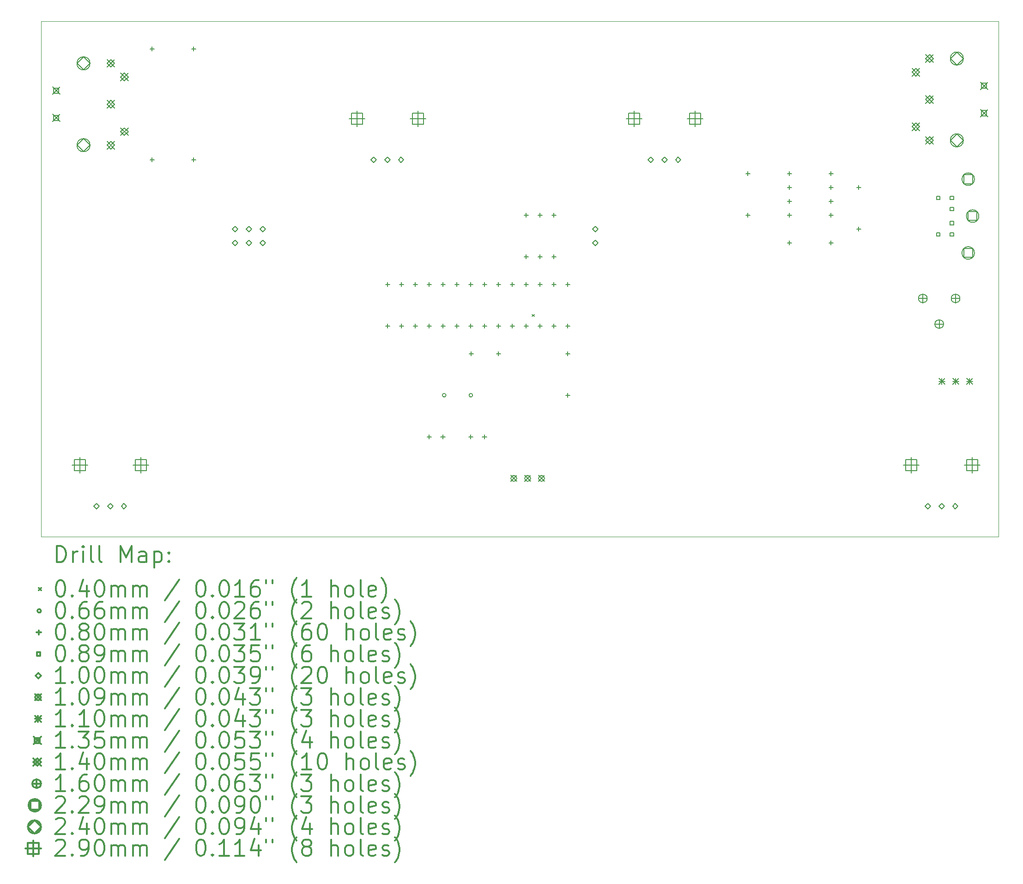
<source format=gbr>
%FSLAX45Y45*%
G04 Gerber Fmt 4.5, Leading zero omitted, Abs format (unit mm)*
G04 Created by KiCad (PCBNEW (5.1.9-0-10_14)) date 2024-01-04 20:04:51*
%MOMM*%
%LPD*%
G01*
G04 APERTURE LIST*
%TA.AperFunction,Profile*%
%ADD10C,0.100000*%
%TD*%
%ADD11C,0.200000*%
%ADD12C,0.300000*%
G04 APERTURE END LIST*
D10*
X22884000Y-4064000D02*
X22884000Y-13514000D01*
X5334000Y-4064000D02*
X22884000Y-4064000D01*
X5334000Y-13514000D02*
X5334000Y-4064000D01*
X22884000Y-13514000D02*
X5334000Y-13514000D01*
D11*
X14331450Y-9439030D02*
X14371450Y-9479030D01*
X14371450Y-9439030D02*
X14331450Y-9479030D01*
X12752850Y-10922000D02*
G75*
G03*
X12752850Y-10922000I-32850J0D01*
G01*
X13240850Y-10922000D02*
G75*
G03*
X13240850Y-10922000I-32850J0D01*
G01*
X7366000Y-4532000D02*
X7366000Y-4612000D01*
X7326000Y-4572000D02*
X7406000Y-4572000D01*
X7366000Y-6564000D02*
X7366000Y-6644000D01*
X7326000Y-6604000D02*
X7406000Y-6604000D01*
X8128000Y-4532000D02*
X8128000Y-4612000D01*
X8088000Y-4572000D02*
X8168000Y-4572000D01*
X8128000Y-6564000D02*
X8128000Y-6644000D01*
X8088000Y-6604000D02*
X8168000Y-6604000D01*
X11684000Y-8850000D02*
X11684000Y-8930000D01*
X11644000Y-8890000D02*
X11724000Y-8890000D01*
X11684000Y-9612000D02*
X11684000Y-9692000D01*
X11644000Y-9652000D02*
X11724000Y-9652000D01*
X11938000Y-8850000D02*
X11938000Y-8930000D01*
X11898000Y-8890000D02*
X11978000Y-8890000D01*
X11938000Y-9612000D02*
X11938000Y-9692000D01*
X11898000Y-9652000D02*
X11978000Y-9652000D01*
X12192000Y-8850000D02*
X12192000Y-8930000D01*
X12152000Y-8890000D02*
X12232000Y-8890000D01*
X12192000Y-9612000D02*
X12192000Y-9692000D01*
X12152000Y-9652000D02*
X12232000Y-9652000D01*
X12446000Y-8850000D02*
X12446000Y-8930000D01*
X12406000Y-8890000D02*
X12486000Y-8890000D01*
X12446000Y-9612000D02*
X12446000Y-9692000D01*
X12406000Y-9652000D02*
X12486000Y-9652000D01*
X12446000Y-11644000D02*
X12446000Y-11724000D01*
X12406000Y-11684000D02*
X12486000Y-11684000D01*
X12696000Y-11644000D02*
X12696000Y-11724000D01*
X12656000Y-11684000D02*
X12736000Y-11684000D01*
X12700000Y-8850000D02*
X12700000Y-8930000D01*
X12660000Y-8890000D02*
X12740000Y-8890000D01*
X12700000Y-9612000D02*
X12700000Y-9692000D01*
X12660000Y-9652000D02*
X12740000Y-9652000D01*
X12954000Y-8850000D02*
X12954000Y-8930000D01*
X12914000Y-8890000D02*
X12994000Y-8890000D01*
X12954000Y-9612000D02*
X12954000Y-9692000D01*
X12914000Y-9652000D02*
X12994000Y-9652000D01*
X13208000Y-8850000D02*
X13208000Y-8930000D01*
X13168000Y-8890000D02*
X13248000Y-8890000D01*
X13208000Y-9612000D02*
X13208000Y-9692000D01*
X13168000Y-9652000D02*
X13248000Y-9652000D01*
X13208000Y-11644000D02*
X13208000Y-11724000D01*
X13168000Y-11684000D02*
X13248000Y-11684000D01*
X13216000Y-10120000D02*
X13216000Y-10200000D01*
X13176000Y-10160000D02*
X13256000Y-10160000D01*
X13458000Y-11644000D02*
X13458000Y-11724000D01*
X13418000Y-11684000D02*
X13498000Y-11684000D01*
X13462000Y-8850000D02*
X13462000Y-8930000D01*
X13422000Y-8890000D02*
X13502000Y-8890000D01*
X13462000Y-9612000D02*
X13462000Y-9692000D01*
X13422000Y-9652000D02*
X13502000Y-9652000D01*
X13716000Y-8850000D02*
X13716000Y-8930000D01*
X13676000Y-8890000D02*
X13756000Y-8890000D01*
X13716000Y-9612000D02*
X13716000Y-9692000D01*
X13676000Y-9652000D02*
X13756000Y-9652000D01*
X13716000Y-10120000D02*
X13716000Y-10200000D01*
X13676000Y-10160000D02*
X13756000Y-10160000D01*
X13970000Y-8850000D02*
X13970000Y-8930000D01*
X13930000Y-8890000D02*
X14010000Y-8890000D01*
X13970000Y-9612000D02*
X13970000Y-9692000D01*
X13930000Y-9652000D02*
X14010000Y-9652000D01*
X14224000Y-7580000D02*
X14224000Y-7660000D01*
X14184000Y-7620000D02*
X14264000Y-7620000D01*
X14224000Y-8342000D02*
X14224000Y-8422000D01*
X14184000Y-8382000D02*
X14264000Y-8382000D01*
X14224000Y-8850000D02*
X14224000Y-8930000D01*
X14184000Y-8890000D02*
X14264000Y-8890000D01*
X14224000Y-9612000D02*
X14224000Y-9692000D01*
X14184000Y-9652000D02*
X14264000Y-9652000D01*
X14478000Y-7580000D02*
X14478000Y-7660000D01*
X14438000Y-7620000D02*
X14518000Y-7620000D01*
X14478000Y-8342000D02*
X14478000Y-8422000D01*
X14438000Y-8382000D02*
X14518000Y-8382000D01*
X14478000Y-8850000D02*
X14478000Y-8930000D01*
X14438000Y-8890000D02*
X14518000Y-8890000D01*
X14478000Y-9612000D02*
X14478000Y-9692000D01*
X14438000Y-9652000D02*
X14518000Y-9652000D01*
X14732000Y-7580000D02*
X14732000Y-7660000D01*
X14692000Y-7620000D02*
X14772000Y-7620000D01*
X14732000Y-8342000D02*
X14732000Y-8422000D01*
X14692000Y-8382000D02*
X14772000Y-8382000D01*
X14732000Y-8850000D02*
X14732000Y-8930000D01*
X14692000Y-8890000D02*
X14772000Y-8890000D01*
X14732000Y-9612000D02*
X14732000Y-9692000D01*
X14692000Y-9652000D02*
X14772000Y-9652000D01*
X14986000Y-8850000D02*
X14986000Y-8930000D01*
X14946000Y-8890000D02*
X15026000Y-8890000D01*
X14986000Y-9612000D02*
X14986000Y-9692000D01*
X14946000Y-9652000D02*
X15026000Y-9652000D01*
X14986000Y-10120000D02*
X14986000Y-10200000D01*
X14946000Y-10160000D02*
X15026000Y-10160000D01*
X14986000Y-10882000D02*
X14986000Y-10962000D01*
X14946000Y-10922000D02*
X15026000Y-10922000D01*
X18288000Y-6818000D02*
X18288000Y-6898000D01*
X18248000Y-6858000D02*
X18328000Y-6858000D01*
X18288000Y-7580000D02*
X18288000Y-7660000D01*
X18248000Y-7620000D02*
X18328000Y-7620000D01*
X19050000Y-6818000D02*
X19050000Y-6898000D01*
X19010000Y-6858000D02*
X19090000Y-6858000D01*
X19050000Y-7072000D02*
X19050000Y-7152000D01*
X19010000Y-7112000D02*
X19090000Y-7112000D01*
X19050000Y-7326000D02*
X19050000Y-7406000D01*
X19010000Y-7366000D02*
X19090000Y-7366000D01*
X19050000Y-7580000D02*
X19050000Y-7660000D01*
X19010000Y-7620000D02*
X19090000Y-7620000D01*
X19050000Y-8088000D02*
X19050000Y-8168000D01*
X19010000Y-8128000D02*
X19090000Y-8128000D01*
X19812000Y-6818000D02*
X19812000Y-6898000D01*
X19772000Y-6858000D02*
X19852000Y-6858000D01*
X19812000Y-7072000D02*
X19812000Y-7152000D01*
X19772000Y-7112000D02*
X19852000Y-7112000D01*
X19812000Y-7326000D02*
X19812000Y-7406000D01*
X19772000Y-7366000D02*
X19852000Y-7366000D01*
X19812000Y-7580000D02*
X19812000Y-7660000D01*
X19772000Y-7620000D02*
X19852000Y-7620000D01*
X19812000Y-8088000D02*
X19812000Y-8168000D01*
X19772000Y-8128000D02*
X19852000Y-8128000D01*
X20320000Y-7072000D02*
X20320000Y-7152000D01*
X20280000Y-7112000D02*
X20360000Y-7112000D01*
X20320000Y-7834000D02*
X20320000Y-7914000D01*
X20280000Y-7874000D02*
X20360000Y-7874000D01*
X21808967Y-7333967D02*
X21808967Y-7271033D01*
X21746033Y-7271033D01*
X21746033Y-7333967D01*
X21808967Y-7333967D01*
X21808967Y-8003967D02*
X21808967Y-7941033D01*
X21746033Y-7941033D01*
X21746033Y-8003967D01*
X21808967Y-8003967D01*
X22057967Y-7333967D02*
X22057967Y-7271033D01*
X21995033Y-7271033D01*
X21995033Y-7333967D01*
X22057967Y-7333967D01*
X22057967Y-7538967D02*
X22057967Y-7476033D01*
X21995033Y-7476033D01*
X21995033Y-7538967D01*
X22057967Y-7538967D01*
X22057967Y-7798967D02*
X22057967Y-7736033D01*
X21995033Y-7736033D01*
X21995033Y-7798967D01*
X22057967Y-7798967D01*
X22057967Y-8003967D02*
X22057967Y-7941033D01*
X21995033Y-7941033D01*
X21995033Y-8003967D01*
X22057967Y-8003967D01*
X6350000Y-13004000D02*
X6400000Y-12954000D01*
X6350000Y-12904000D01*
X6300000Y-12954000D01*
X6350000Y-13004000D01*
X6600000Y-13004000D02*
X6650000Y-12954000D01*
X6600000Y-12904000D01*
X6550000Y-12954000D01*
X6600000Y-13004000D01*
X6850000Y-13004000D02*
X6900000Y-12954000D01*
X6850000Y-12904000D01*
X6800000Y-12954000D01*
X6850000Y-13004000D01*
X8890000Y-7924000D02*
X8940000Y-7874000D01*
X8890000Y-7824000D01*
X8840000Y-7874000D01*
X8890000Y-7924000D01*
X8890000Y-8178000D02*
X8940000Y-8128000D01*
X8890000Y-8078000D01*
X8840000Y-8128000D01*
X8890000Y-8178000D01*
X9144000Y-7924000D02*
X9194000Y-7874000D01*
X9144000Y-7824000D01*
X9094000Y-7874000D01*
X9144000Y-7924000D01*
X9144000Y-8178000D02*
X9194000Y-8128000D01*
X9144000Y-8078000D01*
X9094000Y-8128000D01*
X9144000Y-8178000D01*
X9398000Y-7924000D02*
X9448000Y-7874000D01*
X9398000Y-7824000D01*
X9348000Y-7874000D01*
X9398000Y-7924000D01*
X9398000Y-8178000D02*
X9448000Y-8128000D01*
X9398000Y-8078000D01*
X9348000Y-8128000D01*
X9398000Y-8178000D01*
X11430000Y-6654000D02*
X11480000Y-6604000D01*
X11430000Y-6554000D01*
X11380000Y-6604000D01*
X11430000Y-6654000D01*
X11680000Y-6654000D02*
X11730000Y-6604000D01*
X11680000Y-6554000D01*
X11630000Y-6604000D01*
X11680000Y-6654000D01*
X11930000Y-6654000D02*
X11980000Y-6604000D01*
X11930000Y-6554000D01*
X11880000Y-6604000D01*
X11930000Y-6654000D01*
X15494000Y-7924000D02*
X15544000Y-7874000D01*
X15494000Y-7824000D01*
X15444000Y-7874000D01*
X15494000Y-7924000D01*
X15494000Y-8178000D02*
X15544000Y-8128000D01*
X15494000Y-8078000D01*
X15444000Y-8128000D01*
X15494000Y-8178000D01*
X16510000Y-6654000D02*
X16560000Y-6604000D01*
X16510000Y-6554000D01*
X16460000Y-6604000D01*
X16510000Y-6654000D01*
X16760000Y-6654000D02*
X16810000Y-6604000D01*
X16760000Y-6554000D01*
X16710000Y-6604000D01*
X16760000Y-6654000D01*
X17010000Y-6654000D02*
X17060000Y-6604000D01*
X17010000Y-6554000D01*
X16960000Y-6604000D01*
X17010000Y-6654000D01*
X21590000Y-13004000D02*
X21640000Y-12954000D01*
X21590000Y-12904000D01*
X21540000Y-12954000D01*
X21590000Y-13004000D01*
X21840000Y-13004000D02*
X21890000Y-12954000D01*
X21840000Y-12904000D01*
X21790000Y-12954000D01*
X21840000Y-13004000D01*
X22090000Y-13004000D02*
X22140000Y-12954000D01*
X22090000Y-12904000D01*
X22040000Y-12954000D01*
X22090000Y-13004000D01*
X13942000Y-12391500D02*
X14051000Y-12500500D01*
X14051000Y-12391500D02*
X13942000Y-12500500D01*
X14051000Y-12446000D02*
G75*
G03*
X14051000Y-12446000I-54500J0D01*
G01*
X14196000Y-12391500D02*
X14305000Y-12500500D01*
X14305000Y-12391500D02*
X14196000Y-12500500D01*
X14305000Y-12446000D02*
G75*
G03*
X14305000Y-12446000I-54500J0D01*
G01*
X14450000Y-12391500D02*
X14559000Y-12500500D01*
X14559000Y-12391500D02*
X14450000Y-12500500D01*
X14559000Y-12446000D02*
G75*
G03*
X14559000Y-12446000I-54500J0D01*
G01*
X21789000Y-10613000D02*
X21899000Y-10723000D01*
X21899000Y-10613000D02*
X21789000Y-10723000D01*
X21844000Y-10613000D02*
X21844000Y-10723000D01*
X21789000Y-10668000D02*
X21899000Y-10668000D01*
X22043000Y-10613000D02*
X22153000Y-10723000D01*
X22153000Y-10613000D02*
X22043000Y-10723000D01*
X22098000Y-10613000D02*
X22098000Y-10723000D01*
X22043000Y-10668000D02*
X22153000Y-10668000D01*
X22297000Y-10613000D02*
X22407000Y-10723000D01*
X22407000Y-10613000D02*
X22297000Y-10723000D01*
X22352000Y-10613000D02*
X22352000Y-10723000D01*
X22297000Y-10668000D02*
X22407000Y-10668000D01*
X5540500Y-5270500D02*
X5675500Y-5405500D01*
X5675500Y-5270500D02*
X5540500Y-5405500D01*
X5655730Y-5385730D02*
X5655730Y-5290270D01*
X5560270Y-5290270D01*
X5560270Y-5385730D01*
X5655730Y-5385730D01*
X5540500Y-5770500D02*
X5675500Y-5905500D01*
X5675500Y-5770500D02*
X5540500Y-5905500D01*
X5655730Y-5885730D02*
X5655730Y-5790270D01*
X5560270Y-5790270D01*
X5560270Y-5885730D01*
X5655730Y-5885730D01*
X22550500Y-5182500D02*
X22685500Y-5317500D01*
X22685500Y-5182500D02*
X22550500Y-5317500D01*
X22665730Y-5297730D02*
X22665730Y-5202270D01*
X22570270Y-5202270D01*
X22570270Y-5297730D01*
X22665730Y-5297730D01*
X22550500Y-5682500D02*
X22685500Y-5817500D01*
X22685500Y-5682500D02*
X22550500Y-5817500D01*
X22665730Y-5797730D02*
X22665730Y-5702270D01*
X22570270Y-5702270D01*
X22570270Y-5797730D01*
X22665730Y-5797730D01*
X6538000Y-4768000D02*
X6678000Y-4908000D01*
X6678000Y-4768000D02*
X6538000Y-4908000D01*
X6608000Y-4908000D02*
X6678000Y-4838000D01*
X6608000Y-4768000D01*
X6538000Y-4838000D01*
X6608000Y-4908000D01*
X6538000Y-5518000D02*
X6678000Y-5658000D01*
X6678000Y-5518000D02*
X6538000Y-5658000D01*
X6608000Y-5658000D02*
X6678000Y-5588000D01*
X6608000Y-5518000D01*
X6538000Y-5588000D01*
X6608000Y-5658000D01*
X6538000Y-6268000D02*
X6678000Y-6408000D01*
X6678000Y-6268000D02*
X6538000Y-6408000D01*
X6608000Y-6408000D02*
X6678000Y-6338000D01*
X6608000Y-6268000D01*
X6538000Y-6338000D01*
X6608000Y-6408000D01*
X6788000Y-5018000D02*
X6928000Y-5158000D01*
X6928000Y-5018000D02*
X6788000Y-5158000D01*
X6858000Y-5158000D02*
X6928000Y-5088000D01*
X6858000Y-5018000D01*
X6788000Y-5088000D01*
X6858000Y-5158000D01*
X6788000Y-6018000D02*
X6928000Y-6158000D01*
X6928000Y-6018000D02*
X6788000Y-6158000D01*
X6858000Y-6158000D02*
X6928000Y-6088000D01*
X6858000Y-6018000D01*
X6788000Y-6088000D01*
X6858000Y-6158000D01*
X21298000Y-4930000D02*
X21438000Y-5070000D01*
X21438000Y-4930000D02*
X21298000Y-5070000D01*
X21368000Y-5070000D02*
X21438000Y-5000000D01*
X21368000Y-4930000D01*
X21298000Y-5000000D01*
X21368000Y-5070000D01*
X21298000Y-5930000D02*
X21438000Y-6070000D01*
X21438000Y-5930000D02*
X21298000Y-6070000D01*
X21368000Y-6070000D02*
X21438000Y-6000000D01*
X21368000Y-5930000D01*
X21298000Y-6000000D01*
X21368000Y-6070000D01*
X21548000Y-4680000D02*
X21688000Y-4820000D01*
X21688000Y-4680000D02*
X21548000Y-4820000D01*
X21618000Y-4820000D02*
X21688000Y-4750000D01*
X21618000Y-4680000D01*
X21548000Y-4750000D01*
X21618000Y-4820000D01*
X21548000Y-5430000D02*
X21688000Y-5570000D01*
X21688000Y-5430000D02*
X21548000Y-5570000D01*
X21618000Y-5570000D02*
X21688000Y-5500000D01*
X21618000Y-5430000D01*
X21548000Y-5500000D01*
X21618000Y-5570000D01*
X21548000Y-6180000D02*
X21688000Y-6320000D01*
X21688000Y-6180000D02*
X21548000Y-6320000D01*
X21618000Y-6320000D02*
X21688000Y-6250000D01*
X21618000Y-6180000D01*
X21548000Y-6250000D01*
X21618000Y-6320000D01*
X21495000Y-9067500D02*
X21495000Y-9227500D01*
X21415000Y-9147500D02*
X21575000Y-9147500D01*
X21575000Y-9147500D02*
G75*
G03*
X21575000Y-9147500I-80000J0D01*
G01*
X21795000Y-9537500D02*
X21795000Y-9697500D01*
X21715000Y-9617500D02*
X21875000Y-9617500D01*
X21875000Y-9617500D02*
G75*
G03*
X21875000Y-9617500I-80000J0D01*
G01*
X22095000Y-9067500D02*
X22095000Y-9227500D01*
X22015000Y-9147500D02*
X22175000Y-9147500D01*
X22175000Y-9147500D02*
G75*
G03*
X22175000Y-9147500I-80000J0D01*
G01*
X22407464Y-7042464D02*
X22407464Y-6880535D01*
X22245536Y-6880535D01*
X22245536Y-7042464D01*
X22407464Y-7042464D01*
X22441000Y-6961500D02*
G75*
G03*
X22441000Y-6961500I-114500J0D01*
G01*
X22407464Y-8394465D02*
X22407464Y-8232535D01*
X22245536Y-8232535D01*
X22245536Y-8394465D01*
X22407464Y-8394465D01*
X22441000Y-8313500D02*
G75*
G03*
X22441000Y-8313500I-114500J0D01*
G01*
X22488464Y-7718464D02*
X22488464Y-7556535D01*
X22326536Y-7556535D01*
X22326536Y-7718464D01*
X22488464Y-7718464D01*
X22522000Y-7637500D02*
G75*
G03*
X22522000Y-7637500I-114500J0D01*
G01*
X6108000Y-4958000D02*
X6228000Y-4838000D01*
X6108000Y-4718000D01*
X5988000Y-4838000D01*
X6108000Y-4958000D01*
X6228000Y-4838000D02*
G75*
G03*
X6228000Y-4838000I-120000J0D01*
G01*
X6108000Y-6458000D02*
X6228000Y-6338000D01*
X6108000Y-6218000D01*
X5988000Y-6338000D01*
X6108000Y-6458000D01*
X6228000Y-6338000D02*
G75*
G03*
X6228000Y-6338000I-120000J0D01*
G01*
X22118000Y-4870000D02*
X22238000Y-4750000D01*
X22118000Y-4630000D01*
X21998000Y-4750000D01*
X22118000Y-4870000D01*
X22238000Y-4750000D02*
G75*
G03*
X22238000Y-4750000I-120000J0D01*
G01*
X22118000Y-6370000D02*
X22238000Y-6250000D01*
X22118000Y-6130000D01*
X21998000Y-6250000D01*
X22118000Y-6370000D01*
X22238000Y-6250000D02*
G75*
G03*
X22238000Y-6250000I-120000J0D01*
G01*
X6040000Y-12059000D02*
X6040000Y-12349000D01*
X5895000Y-12204000D02*
X6185000Y-12204000D01*
X6142531Y-12306531D02*
X6142531Y-12101468D01*
X5937468Y-12101468D01*
X5937468Y-12306531D01*
X6142531Y-12306531D01*
X7160000Y-12059000D02*
X7160000Y-12349000D01*
X7015000Y-12204000D02*
X7305000Y-12204000D01*
X7262531Y-12306531D02*
X7262531Y-12101468D01*
X7057468Y-12101468D01*
X7057468Y-12306531D01*
X7262531Y-12306531D01*
X11120000Y-5709000D02*
X11120000Y-5999000D01*
X10975000Y-5854000D02*
X11265000Y-5854000D01*
X11222531Y-5956531D02*
X11222531Y-5751468D01*
X11017469Y-5751468D01*
X11017469Y-5956531D01*
X11222531Y-5956531D01*
X12240000Y-5709000D02*
X12240000Y-5999000D01*
X12095000Y-5854000D02*
X12385000Y-5854000D01*
X12342531Y-5956531D02*
X12342531Y-5751468D01*
X12137468Y-5751468D01*
X12137468Y-5956531D01*
X12342531Y-5956531D01*
X16200000Y-5709000D02*
X16200000Y-5999000D01*
X16055000Y-5854000D02*
X16345000Y-5854000D01*
X16302531Y-5956531D02*
X16302531Y-5751468D01*
X16097468Y-5751468D01*
X16097468Y-5956531D01*
X16302531Y-5956531D01*
X17320000Y-5709000D02*
X17320000Y-5999000D01*
X17175000Y-5854000D02*
X17465000Y-5854000D01*
X17422532Y-5956531D02*
X17422532Y-5751468D01*
X17217469Y-5751468D01*
X17217469Y-5956531D01*
X17422532Y-5956531D01*
X21280000Y-12059000D02*
X21280000Y-12349000D01*
X21135000Y-12204000D02*
X21425000Y-12204000D01*
X21382532Y-12306531D02*
X21382532Y-12101468D01*
X21177469Y-12101468D01*
X21177469Y-12306531D01*
X21382532Y-12306531D01*
X22400000Y-12059000D02*
X22400000Y-12349000D01*
X22255000Y-12204000D02*
X22545000Y-12204000D01*
X22502531Y-12306531D02*
X22502531Y-12101468D01*
X22297469Y-12101468D01*
X22297469Y-12306531D01*
X22502531Y-12306531D01*
D12*
X5615428Y-13984714D02*
X5615428Y-13684714D01*
X5686857Y-13684714D01*
X5729714Y-13699000D01*
X5758286Y-13727571D01*
X5772571Y-13756143D01*
X5786857Y-13813286D01*
X5786857Y-13856143D01*
X5772571Y-13913286D01*
X5758286Y-13941857D01*
X5729714Y-13970429D01*
X5686857Y-13984714D01*
X5615428Y-13984714D01*
X5915428Y-13984714D02*
X5915428Y-13784714D01*
X5915428Y-13841857D02*
X5929714Y-13813286D01*
X5944000Y-13799000D01*
X5972571Y-13784714D01*
X6001143Y-13784714D01*
X6101143Y-13984714D02*
X6101143Y-13784714D01*
X6101143Y-13684714D02*
X6086857Y-13699000D01*
X6101143Y-13713286D01*
X6115428Y-13699000D01*
X6101143Y-13684714D01*
X6101143Y-13713286D01*
X6286857Y-13984714D02*
X6258286Y-13970429D01*
X6244000Y-13941857D01*
X6244000Y-13684714D01*
X6444000Y-13984714D02*
X6415428Y-13970429D01*
X6401143Y-13941857D01*
X6401143Y-13684714D01*
X6786857Y-13984714D02*
X6786857Y-13684714D01*
X6886857Y-13899000D01*
X6986857Y-13684714D01*
X6986857Y-13984714D01*
X7258286Y-13984714D02*
X7258286Y-13827571D01*
X7244000Y-13799000D01*
X7215428Y-13784714D01*
X7158286Y-13784714D01*
X7129714Y-13799000D01*
X7258286Y-13970429D02*
X7229714Y-13984714D01*
X7158286Y-13984714D01*
X7129714Y-13970429D01*
X7115428Y-13941857D01*
X7115428Y-13913286D01*
X7129714Y-13884714D01*
X7158286Y-13870429D01*
X7229714Y-13870429D01*
X7258286Y-13856143D01*
X7401143Y-13784714D02*
X7401143Y-14084714D01*
X7401143Y-13799000D02*
X7429714Y-13784714D01*
X7486857Y-13784714D01*
X7515428Y-13799000D01*
X7529714Y-13813286D01*
X7544000Y-13841857D01*
X7544000Y-13927571D01*
X7529714Y-13956143D01*
X7515428Y-13970429D01*
X7486857Y-13984714D01*
X7429714Y-13984714D01*
X7401143Y-13970429D01*
X7672571Y-13956143D02*
X7686857Y-13970429D01*
X7672571Y-13984714D01*
X7658286Y-13970429D01*
X7672571Y-13956143D01*
X7672571Y-13984714D01*
X7672571Y-13799000D02*
X7686857Y-13813286D01*
X7672571Y-13827571D01*
X7658286Y-13813286D01*
X7672571Y-13799000D01*
X7672571Y-13827571D01*
X5289000Y-14459000D02*
X5329000Y-14499000D01*
X5329000Y-14459000D02*
X5289000Y-14499000D01*
X5672571Y-14314714D02*
X5701143Y-14314714D01*
X5729714Y-14329000D01*
X5744000Y-14343286D01*
X5758286Y-14371857D01*
X5772571Y-14429000D01*
X5772571Y-14500429D01*
X5758286Y-14557571D01*
X5744000Y-14586143D01*
X5729714Y-14600429D01*
X5701143Y-14614714D01*
X5672571Y-14614714D01*
X5644000Y-14600429D01*
X5629714Y-14586143D01*
X5615428Y-14557571D01*
X5601143Y-14500429D01*
X5601143Y-14429000D01*
X5615428Y-14371857D01*
X5629714Y-14343286D01*
X5644000Y-14329000D01*
X5672571Y-14314714D01*
X5901143Y-14586143D02*
X5915428Y-14600429D01*
X5901143Y-14614714D01*
X5886857Y-14600429D01*
X5901143Y-14586143D01*
X5901143Y-14614714D01*
X6172571Y-14414714D02*
X6172571Y-14614714D01*
X6101143Y-14300429D02*
X6029714Y-14514714D01*
X6215428Y-14514714D01*
X6386857Y-14314714D02*
X6415428Y-14314714D01*
X6444000Y-14329000D01*
X6458286Y-14343286D01*
X6472571Y-14371857D01*
X6486857Y-14429000D01*
X6486857Y-14500429D01*
X6472571Y-14557571D01*
X6458286Y-14586143D01*
X6444000Y-14600429D01*
X6415428Y-14614714D01*
X6386857Y-14614714D01*
X6358286Y-14600429D01*
X6344000Y-14586143D01*
X6329714Y-14557571D01*
X6315428Y-14500429D01*
X6315428Y-14429000D01*
X6329714Y-14371857D01*
X6344000Y-14343286D01*
X6358286Y-14329000D01*
X6386857Y-14314714D01*
X6615428Y-14614714D02*
X6615428Y-14414714D01*
X6615428Y-14443286D02*
X6629714Y-14429000D01*
X6658286Y-14414714D01*
X6701143Y-14414714D01*
X6729714Y-14429000D01*
X6744000Y-14457571D01*
X6744000Y-14614714D01*
X6744000Y-14457571D02*
X6758286Y-14429000D01*
X6786857Y-14414714D01*
X6829714Y-14414714D01*
X6858286Y-14429000D01*
X6872571Y-14457571D01*
X6872571Y-14614714D01*
X7015428Y-14614714D02*
X7015428Y-14414714D01*
X7015428Y-14443286D02*
X7029714Y-14429000D01*
X7058286Y-14414714D01*
X7101143Y-14414714D01*
X7129714Y-14429000D01*
X7144000Y-14457571D01*
X7144000Y-14614714D01*
X7144000Y-14457571D02*
X7158286Y-14429000D01*
X7186857Y-14414714D01*
X7229714Y-14414714D01*
X7258286Y-14429000D01*
X7272571Y-14457571D01*
X7272571Y-14614714D01*
X7858286Y-14300429D02*
X7601143Y-14686143D01*
X8244000Y-14314714D02*
X8272571Y-14314714D01*
X8301143Y-14329000D01*
X8315428Y-14343286D01*
X8329714Y-14371857D01*
X8344000Y-14429000D01*
X8344000Y-14500429D01*
X8329714Y-14557571D01*
X8315428Y-14586143D01*
X8301143Y-14600429D01*
X8272571Y-14614714D01*
X8244000Y-14614714D01*
X8215428Y-14600429D01*
X8201143Y-14586143D01*
X8186857Y-14557571D01*
X8172571Y-14500429D01*
X8172571Y-14429000D01*
X8186857Y-14371857D01*
X8201143Y-14343286D01*
X8215428Y-14329000D01*
X8244000Y-14314714D01*
X8472571Y-14586143D02*
X8486857Y-14600429D01*
X8472571Y-14614714D01*
X8458286Y-14600429D01*
X8472571Y-14586143D01*
X8472571Y-14614714D01*
X8672571Y-14314714D02*
X8701143Y-14314714D01*
X8729714Y-14329000D01*
X8744000Y-14343286D01*
X8758286Y-14371857D01*
X8772571Y-14429000D01*
X8772571Y-14500429D01*
X8758286Y-14557571D01*
X8744000Y-14586143D01*
X8729714Y-14600429D01*
X8701143Y-14614714D01*
X8672571Y-14614714D01*
X8644000Y-14600429D01*
X8629714Y-14586143D01*
X8615428Y-14557571D01*
X8601143Y-14500429D01*
X8601143Y-14429000D01*
X8615428Y-14371857D01*
X8629714Y-14343286D01*
X8644000Y-14329000D01*
X8672571Y-14314714D01*
X9058286Y-14614714D02*
X8886857Y-14614714D01*
X8972571Y-14614714D02*
X8972571Y-14314714D01*
X8944000Y-14357571D01*
X8915428Y-14386143D01*
X8886857Y-14400429D01*
X9315428Y-14314714D02*
X9258286Y-14314714D01*
X9229714Y-14329000D01*
X9215428Y-14343286D01*
X9186857Y-14386143D01*
X9172571Y-14443286D01*
X9172571Y-14557571D01*
X9186857Y-14586143D01*
X9201143Y-14600429D01*
X9229714Y-14614714D01*
X9286857Y-14614714D01*
X9315428Y-14600429D01*
X9329714Y-14586143D01*
X9344000Y-14557571D01*
X9344000Y-14486143D01*
X9329714Y-14457571D01*
X9315428Y-14443286D01*
X9286857Y-14429000D01*
X9229714Y-14429000D01*
X9201143Y-14443286D01*
X9186857Y-14457571D01*
X9172571Y-14486143D01*
X9458286Y-14314714D02*
X9458286Y-14371857D01*
X9572571Y-14314714D02*
X9572571Y-14371857D01*
X10015428Y-14729000D02*
X10001143Y-14714714D01*
X9972571Y-14671857D01*
X9958286Y-14643286D01*
X9944000Y-14600429D01*
X9929714Y-14529000D01*
X9929714Y-14471857D01*
X9944000Y-14400429D01*
X9958286Y-14357571D01*
X9972571Y-14329000D01*
X10001143Y-14286143D01*
X10015428Y-14271857D01*
X10286857Y-14614714D02*
X10115428Y-14614714D01*
X10201143Y-14614714D02*
X10201143Y-14314714D01*
X10172571Y-14357571D01*
X10144000Y-14386143D01*
X10115428Y-14400429D01*
X10644000Y-14614714D02*
X10644000Y-14314714D01*
X10772571Y-14614714D02*
X10772571Y-14457571D01*
X10758286Y-14429000D01*
X10729714Y-14414714D01*
X10686857Y-14414714D01*
X10658286Y-14429000D01*
X10644000Y-14443286D01*
X10958286Y-14614714D02*
X10929714Y-14600429D01*
X10915428Y-14586143D01*
X10901143Y-14557571D01*
X10901143Y-14471857D01*
X10915428Y-14443286D01*
X10929714Y-14429000D01*
X10958286Y-14414714D01*
X11001143Y-14414714D01*
X11029714Y-14429000D01*
X11044000Y-14443286D01*
X11058286Y-14471857D01*
X11058286Y-14557571D01*
X11044000Y-14586143D01*
X11029714Y-14600429D01*
X11001143Y-14614714D01*
X10958286Y-14614714D01*
X11229714Y-14614714D02*
X11201143Y-14600429D01*
X11186857Y-14571857D01*
X11186857Y-14314714D01*
X11458286Y-14600429D02*
X11429714Y-14614714D01*
X11372571Y-14614714D01*
X11344000Y-14600429D01*
X11329714Y-14571857D01*
X11329714Y-14457571D01*
X11344000Y-14429000D01*
X11372571Y-14414714D01*
X11429714Y-14414714D01*
X11458286Y-14429000D01*
X11472571Y-14457571D01*
X11472571Y-14486143D01*
X11329714Y-14514714D01*
X11572571Y-14729000D02*
X11586857Y-14714714D01*
X11615428Y-14671857D01*
X11629714Y-14643286D01*
X11644000Y-14600429D01*
X11658286Y-14529000D01*
X11658286Y-14471857D01*
X11644000Y-14400429D01*
X11629714Y-14357571D01*
X11615428Y-14329000D01*
X11586857Y-14286143D01*
X11572571Y-14271857D01*
X5329000Y-14875000D02*
G75*
G03*
X5329000Y-14875000I-32850J0D01*
G01*
X5672571Y-14710714D02*
X5701143Y-14710714D01*
X5729714Y-14725000D01*
X5744000Y-14739286D01*
X5758286Y-14767857D01*
X5772571Y-14825000D01*
X5772571Y-14896429D01*
X5758286Y-14953571D01*
X5744000Y-14982143D01*
X5729714Y-14996429D01*
X5701143Y-15010714D01*
X5672571Y-15010714D01*
X5644000Y-14996429D01*
X5629714Y-14982143D01*
X5615428Y-14953571D01*
X5601143Y-14896429D01*
X5601143Y-14825000D01*
X5615428Y-14767857D01*
X5629714Y-14739286D01*
X5644000Y-14725000D01*
X5672571Y-14710714D01*
X5901143Y-14982143D02*
X5915428Y-14996429D01*
X5901143Y-15010714D01*
X5886857Y-14996429D01*
X5901143Y-14982143D01*
X5901143Y-15010714D01*
X6172571Y-14710714D02*
X6115428Y-14710714D01*
X6086857Y-14725000D01*
X6072571Y-14739286D01*
X6044000Y-14782143D01*
X6029714Y-14839286D01*
X6029714Y-14953571D01*
X6044000Y-14982143D01*
X6058286Y-14996429D01*
X6086857Y-15010714D01*
X6144000Y-15010714D01*
X6172571Y-14996429D01*
X6186857Y-14982143D01*
X6201143Y-14953571D01*
X6201143Y-14882143D01*
X6186857Y-14853571D01*
X6172571Y-14839286D01*
X6144000Y-14825000D01*
X6086857Y-14825000D01*
X6058286Y-14839286D01*
X6044000Y-14853571D01*
X6029714Y-14882143D01*
X6458286Y-14710714D02*
X6401143Y-14710714D01*
X6372571Y-14725000D01*
X6358286Y-14739286D01*
X6329714Y-14782143D01*
X6315428Y-14839286D01*
X6315428Y-14953571D01*
X6329714Y-14982143D01*
X6344000Y-14996429D01*
X6372571Y-15010714D01*
X6429714Y-15010714D01*
X6458286Y-14996429D01*
X6472571Y-14982143D01*
X6486857Y-14953571D01*
X6486857Y-14882143D01*
X6472571Y-14853571D01*
X6458286Y-14839286D01*
X6429714Y-14825000D01*
X6372571Y-14825000D01*
X6344000Y-14839286D01*
X6329714Y-14853571D01*
X6315428Y-14882143D01*
X6615428Y-15010714D02*
X6615428Y-14810714D01*
X6615428Y-14839286D02*
X6629714Y-14825000D01*
X6658286Y-14810714D01*
X6701143Y-14810714D01*
X6729714Y-14825000D01*
X6744000Y-14853571D01*
X6744000Y-15010714D01*
X6744000Y-14853571D02*
X6758286Y-14825000D01*
X6786857Y-14810714D01*
X6829714Y-14810714D01*
X6858286Y-14825000D01*
X6872571Y-14853571D01*
X6872571Y-15010714D01*
X7015428Y-15010714D02*
X7015428Y-14810714D01*
X7015428Y-14839286D02*
X7029714Y-14825000D01*
X7058286Y-14810714D01*
X7101143Y-14810714D01*
X7129714Y-14825000D01*
X7144000Y-14853571D01*
X7144000Y-15010714D01*
X7144000Y-14853571D02*
X7158286Y-14825000D01*
X7186857Y-14810714D01*
X7229714Y-14810714D01*
X7258286Y-14825000D01*
X7272571Y-14853571D01*
X7272571Y-15010714D01*
X7858286Y-14696429D02*
X7601143Y-15082143D01*
X8244000Y-14710714D02*
X8272571Y-14710714D01*
X8301143Y-14725000D01*
X8315428Y-14739286D01*
X8329714Y-14767857D01*
X8344000Y-14825000D01*
X8344000Y-14896429D01*
X8329714Y-14953571D01*
X8315428Y-14982143D01*
X8301143Y-14996429D01*
X8272571Y-15010714D01*
X8244000Y-15010714D01*
X8215428Y-14996429D01*
X8201143Y-14982143D01*
X8186857Y-14953571D01*
X8172571Y-14896429D01*
X8172571Y-14825000D01*
X8186857Y-14767857D01*
X8201143Y-14739286D01*
X8215428Y-14725000D01*
X8244000Y-14710714D01*
X8472571Y-14982143D02*
X8486857Y-14996429D01*
X8472571Y-15010714D01*
X8458286Y-14996429D01*
X8472571Y-14982143D01*
X8472571Y-15010714D01*
X8672571Y-14710714D02*
X8701143Y-14710714D01*
X8729714Y-14725000D01*
X8744000Y-14739286D01*
X8758286Y-14767857D01*
X8772571Y-14825000D01*
X8772571Y-14896429D01*
X8758286Y-14953571D01*
X8744000Y-14982143D01*
X8729714Y-14996429D01*
X8701143Y-15010714D01*
X8672571Y-15010714D01*
X8644000Y-14996429D01*
X8629714Y-14982143D01*
X8615428Y-14953571D01*
X8601143Y-14896429D01*
X8601143Y-14825000D01*
X8615428Y-14767857D01*
X8629714Y-14739286D01*
X8644000Y-14725000D01*
X8672571Y-14710714D01*
X8886857Y-14739286D02*
X8901143Y-14725000D01*
X8929714Y-14710714D01*
X9001143Y-14710714D01*
X9029714Y-14725000D01*
X9044000Y-14739286D01*
X9058286Y-14767857D01*
X9058286Y-14796429D01*
X9044000Y-14839286D01*
X8872571Y-15010714D01*
X9058286Y-15010714D01*
X9315428Y-14710714D02*
X9258286Y-14710714D01*
X9229714Y-14725000D01*
X9215428Y-14739286D01*
X9186857Y-14782143D01*
X9172571Y-14839286D01*
X9172571Y-14953571D01*
X9186857Y-14982143D01*
X9201143Y-14996429D01*
X9229714Y-15010714D01*
X9286857Y-15010714D01*
X9315428Y-14996429D01*
X9329714Y-14982143D01*
X9344000Y-14953571D01*
X9344000Y-14882143D01*
X9329714Y-14853571D01*
X9315428Y-14839286D01*
X9286857Y-14825000D01*
X9229714Y-14825000D01*
X9201143Y-14839286D01*
X9186857Y-14853571D01*
X9172571Y-14882143D01*
X9458286Y-14710714D02*
X9458286Y-14767857D01*
X9572571Y-14710714D02*
X9572571Y-14767857D01*
X10015428Y-15125000D02*
X10001143Y-15110714D01*
X9972571Y-15067857D01*
X9958286Y-15039286D01*
X9944000Y-14996429D01*
X9929714Y-14925000D01*
X9929714Y-14867857D01*
X9944000Y-14796429D01*
X9958286Y-14753571D01*
X9972571Y-14725000D01*
X10001143Y-14682143D01*
X10015428Y-14667857D01*
X10115428Y-14739286D02*
X10129714Y-14725000D01*
X10158286Y-14710714D01*
X10229714Y-14710714D01*
X10258286Y-14725000D01*
X10272571Y-14739286D01*
X10286857Y-14767857D01*
X10286857Y-14796429D01*
X10272571Y-14839286D01*
X10101143Y-15010714D01*
X10286857Y-15010714D01*
X10644000Y-15010714D02*
X10644000Y-14710714D01*
X10772571Y-15010714D02*
X10772571Y-14853571D01*
X10758286Y-14825000D01*
X10729714Y-14810714D01*
X10686857Y-14810714D01*
X10658286Y-14825000D01*
X10644000Y-14839286D01*
X10958286Y-15010714D02*
X10929714Y-14996429D01*
X10915428Y-14982143D01*
X10901143Y-14953571D01*
X10901143Y-14867857D01*
X10915428Y-14839286D01*
X10929714Y-14825000D01*
X10958286Y-14810714D01*
X11001143Y-14810714D01*
X11029714Y-14825000D01*
X11044000Y-14839286D01*
X11058286Y-14867857D01*
X11058286Y-14953571D01*
X11044000Y-14982143D01*
X11029714Y-14996429D01*
X11001143Y-15010714D01*
X10958286Y-15010714D01*
X11229714Y-15010714D02*
X11201143Y-14996429D01*
X11186857Y-14967857D01*
X11186857Y-14710714D01*
X11458286Y-14996429D02*
X11429714Y-15010714D01*
X11372571Y-15010714D01*
X11344000Y-14996429D01*
X11329714Y-14967857D01*
X11329714Y-14853571D01*
X11344000Y-14825000D01*
X11372571Y-14810714D01*
X11429714Y-14810714D01*
X11458286Y-14825000D01*
X11472571Y-14853571D01*
X11472571Y-14882143D01*
X11329714Y-14910714D01*
X11586857Y-14996429D02*
X11615428Y-15010714D01*
X11672571Y-15010714D01*
X11701143Y-14996429D01*
X11715428Y-14967857D01*
X11715428Y-14953571D01*
X11701143Y-14925000D01*
X11672571Y-14910714D01*
X11629714Y-14910714D01*
X11601143Y-14896429D01*
X11586857Y-14867857D01*
X11586857Y-14853571D01*
X11601143Y-14825000D01*
X11629714Y-14810714D01*
X11672571Y-14810714D01*
X11701143Y-14825000D01*
X11815428Y-15125000D02*
X11829714Y-15110714D01*
X11858286Y-15067857D01*
X11872571Y-15039286D01*
X11886857Y-14996429D01*
X11901143Y-14925000D01*
X11901143Y-14867857D01*
X11886857Y-14796429D01*
X11872571Y-14753571D01*
X11858286Y-14725000D01*
X11829714Y-14682143D01*
X11815428Y-14667857D01*
X5289000Y-15231000D02*
X5289000Y-15311000D01*
X5249000Y-15271000D02*
X5329000Y-15271000D01*
X5672571Y-15106714D02*
X5701143Y-15106714D01*
X5729714Y-15121000D01*
X5744000Y-15135286D01*
X5758286Y-15163857D01*
X5772571Y-15221000D01*
X5772571Y-15292429D01*
X5758286Y-15349571D01*
X5744000Y-15378143D01*
X5729714Y-15392429D01*
X5701143Y-15406714D01*
X5672571Y-15406714D01*
X5644000Y-15392429D01*
X5629714Y-15378143D01*
X5615428Y-15349571D01*
X5601143Y-15292429D01*
X5601143Y-15221000D01*
X5615428Y-15163857D01*
X5629714Y-15135286D01*
X5644000Y-15121000D01*
X5672571Y-15106714D01*
X5901143Y-15378143D02*
X5915428Y-15392429D01*
X5901143Y-15406714D01*
X5886857Y-15392429D01*
X5901143Y-15378143D01*
X5901143Y-15406714D01*
X6086857Y-15235286D02*
X6058286Y-15221000D01*
X6044000Y-15206714D01*
X6029714Y-15178143D01*
X6029714Y-15163857D01*
X6044000Y-15135286D01*
X6058286Y-15121000D01*
X6086857Y-15106714D01*
X6144000Y-15106714D01*
X6172571Y-15121000D01*
X6186857Y-15135286D01*
X6201143Y-15163857D01*
X6201143Y-15178143D01*
X6186857Y-15206714D01*
X6172571Y-15221000D01*
X6144000Y-15235286D01*
X6086857Y-15235286D01*
X6058286Y-15249571D01*
X6044000Y-15263857D01*
X6029714Y-15292429D01*
X6029714Y-15349571D01*
X6044000Y-15378143D01*
X6058286Y-15392429D01*
X6086857Y-15406714D01*
X6144000Y-15406714D01*
X6172571Y-15392429D01*
X6186857Y-15378143D01*
X6201143Y-15349571D01*
X6201143Y-15292429D01*
X6186857Y-15263857D01*
X6172571Y-15249571D01*
X6144000Y-15235286D01*
X6386857Y-15106714D02*
X6415428Y-15106714D01*
X6444000Y-15121000D01*
X6458286Y-15135286D01*
X6472571Y-15163857D01*
X6486857Y-15221000D01*
X6486857Y-15292429D01*
X6472571Y-15349571D01*
X6458286Y-15378143D01*
X6444000Y-15392429D01*
X6415428Y-15406714D01*
X6386857Y-15406714D01*
X6358286Y-15392429D01*
X6344000Y-15378143D01*
X6329714Y-15349571D01*
X6315428Y-15292429D01*
X6315428Y-15221000D01*
X6329714Y-15163857D01*
X6344000Y-15135286D01*
X6358286Y-15121000D01*
X6386857Y-15106714D01*
X6615428Y-15406714D02*
X6615428Y-15206714D01*
X6615428Y-15235286D02*
X6629714Y-15221000D01*
X6658286Y-15206714D01*
X6701143Y-15206714D01*
X6729714Y-15221000D01*
X6744000Y-15249571D01*
X6744000Y-15406714D01*
X6744000Y-15249571D02*
X6758286Y-15221000D01*
X6786857Y-15206714D01*
X6829714Y-15206714D01*
X6858286Y-15221000D01*
X6872571Y-15249571D01*
X6872571Y-15406714D01*
X7015428Y-15406714D02*
X7015428Y-15206714D01*
X7015428Y-15235286D02*
X7029714Y-15221000D01*
X7058286Y-15206714D01*
X7101143Y-15206714D01*
X7129714Y-15221000D01*
X7144000Y-15249571D01*
X7144000Y-15406714D01*
X7144000Y-15249571D02*
X7158286Y-15221000D01*
X7186857Y-15206714D01*
X7229714Y-15206714D01*
X7258286Y-15221000D01*
X7272571Y-15249571D01*
X7272571Y-15406714D01*
X7858286Y-15092429D02*
X7601143Y-15478143D01*
X8244000Y-15106714D02*
X8272571Y-15106714D01*
X8301143Y-15121000D01*
X8315428Y-15135286D01*
X8329714Y-15163857D01*
X8344000Y-15221000D01*
X8344000Y-15292429D01*
X8329714Y-15349571D01*
X8315428Y-15378143D01*
X8301143Y-15392429D01*
X8272571Y-15406714D01*
X8244000Y-15406714D01*
X8215428Y-15392429D01*
X8201143Y-15378143D01*
X8186857Y-15349571D01*
X8172571Y-15292429D01*
X8172571Y-15221000D01*
X8186857Y-15163857D01*
X8201143Y-15135286D01*
X8215428Y-15121000D01*
X8244000Y-15106714D01*
X8472571Y-15378143D02*
X8486857Y-15392429D01*
X8472571Y-15406714D01*
X8458286Y-15392429D01*
X8472571Y-15378143D01*
X8472571Y-15406714D01*
X8672571Y-15106714D02*
X8701143Y-15106714D01*
X8729714Y-15121000D01*
X8744000Y-15135286D01*
X8758286Y-15163857D01*
X8772571Y-15221000D01*
X8772571Y-15292429D01*
X8758286Y-15349571D01*
X8744000Y-15378143D01*
X8729714Y-15392429D01*
X8701143Y-15406714D01*
X8672571Y-15406714D01*
X8644000Y-15392429D01*
X8629714Y-15378143D01*
X8615428Y-15349571D01*
X8601143Y-15292429D01*
X8601143Y-15221000D01*
X8615428Y-15163857D01*
X8629714Y-15135286D01*
X8644000Y-15121000D01*
X8672571Y-15106714D01*
X8872571Y-15106714D02*
X9058286Y-15106714D01*
X8958286Y-15221000D01*
X9001143Y-15221000D01*
X9029714Y-15235286D01*
X9044000Y-15249571D01*
X9058286Y-15278143D01*
X9058286Y-15349571D01*
X9044000Y-15378143D01*
X9029714Y-15392429D01*
X9001143Y-15406714D01*
X8915428Y-15406714D01*
X8886857Y-15392429D01*
X8872571Y-15378143D01*
X9344000Y-15406714D02*
X9172571Y-15406714D01*
X9258286Y-15406714D02*
X9258286Y-15106714D01*
X9229714Y-15149571D01*
X9201143Y-15178143D01*
X9172571Y-15192429D01*
X9458286Y-15106714D02*
X9458286Y-15163857D01*
X9572571Y-15106714D02*
X9572571Y-15163857D01*
X10015428Y-15521000D02*
X10001143Y-15506714D01*
X9972571Y-15463857D01*
X9958286Y-15435286D01*
X9944000Y-15392429D01*
X9929714Y-15321000D01*
X9929714Y-15263857D01*
X9944000Y-15192429D01*
X9958286Y-15149571D01*
X9972571Y-15121000D01*
X10001143Y-15078143D01*
X10015428Y-15063857D01*
X10258286Y-15106714D02*
X10201143Y-15106714D01*
X10172571Y-15121000D01*
X10158286Y-15135286D01*
X10129714Y-15178143D01*
X10115428Y-15235286D01*
X10115428Y-15349571D01*
X10129714Y-15378143D01*
X10144000Y-15392429D01*
X10172571Y-15406714D01*
X10229714Y-15406714D01*
X10258286Y-15392429D01*
X10272571Y-15378143D01*
X10286857Y-15349571D01*
X10286857Y-15278143D01*
X10272571Y-15249571D01*
X10258286Y-15235286D01*
X10229714Y-15221000D01*
X10172571Y-15221000D01*
X10144000Y-15235286D01*
X10129714Y-15249571D01*
X10115428Y-15278143D01*
X10472571Y-15106714D02*
X10501143Y-15106714D01*
X10529714Y-15121000D01*
X10544000Y-15135286D01*
X10558286Y-15163857D01*
X10572571Y-15221000D01*
X10572571Y-15292429D01*
X10558286Y-15349571D01*
X10544000Y-15378143D01*
X10529714Y-15392429D01*
X10501143Y-15406714D01*
X10472571Y-15406714D01*
X10444000Y-15392429D01*
X10429714Y-15378143D01*
X10415428Y-15349571D01*
X10401143Y-15292429D01*
X10401143Y-15221000D01*
X10415428Y-15163857D01*
X10429714Y-15135286D01*
X10444000Y-15121000D01*
X10472571Y-15106714D01*
X10929714Y-15406714D02*
X10929714Y-15106714D01*
X11058286Y-15406714D02*
X11058286Y-15249571D01*
X11044000Y-15221000D01*
X11015428Y-15206714D01*
X10972571Y-15206714D01*
X10944000Y-15221000D01*
X10929714Y-15235286D01*
X11244000Y-15406714D02*
X11215428Y-15392429D01*
X11201143Y-15378143D01*
X11186857Y-15349571D01*
X11186857Y-15263857D01*
X11201143Y-15235286D01*
X11215428Y-15221000D01*
X11244000Y-15206714D01*
X11286857Y-15206714D01*
X11315428Y-15221000D01*
X11329714Y-15235286D01*
X11344000Y-15263857D01*
X11344000Y-15349571D01*
X11329714Y-15378143D01*
X11315428Y-15392429D01*
X11286857Y-15406714D01*
X11244000Y-15406714D01*
X11515428Y-15406714D02*
X11486857Y-15392429D01*
X11472571Y-15363857D01*
X11472571Y-15106714D01*
X11744000Y-15392429D02*
X11715428Y-15406714D01*
X11658286Y-15406714D01*
X11629714Y-15392429D01*
X11615428Y-15363857D01*
X11615428Y-15249571D01*
X11629714Y-15221000D01*
X11658286Y-15206714D01*
X11715428Y-15206714D01*
X11744000Y-15221000D01*
X11758286Y-15249571D01*
X11758286Y-15278143D01*
X11615428Y-15306714D01*
X11872571Y-15392429D02*
X11901143Y-15406714D01*
X11958286Y-15406714D01*
X11986857Y-15392429D01*
X12001143Y-15363857D01*
X12001143Y-15349571D01*
X11986857Y-15321000D01*
X11958286Y-15306714D01*
X11915428Y-15306714D01*
X11886857Y-15292429D01*
X11872571Y-15263857D01*
X11872571Y-15249571D01*
X11886857Y-15221000D01*
X11915428Y-15206714D01*
X11958286Y-15206714D01*
X11986857Y-15221000D01*
X12101143Y-15521000D02*
X12115428Y-15506714D01*
X12144000Y-15463857D01*
X12158286Y-15435286D01*
X12172571Y-15392429D01*
X12186857Y-15321000D01*
X12186857Y-15263857D01*
X12172571Y-15192429D01*
X12158286Y-15149571D01*
X12144000Y-15121000D01*
X12115428Y-15078143D01*
X12101143Y-15063857D01*
X5315967Y-15698467D02*
X5315967Y-15635533D01*
X5253033Y-15635533D01*
X5253033Y-15698467D01*
X5315967Y-15698467D01*
X5672571Y-15502714D02*
X5701143Y-15502714D01*
X5729714Y-15517000D01*
X5744000Y-15531286D01*
X5758286Y-15559857D01*
X5772571Y-15617000D01*
X5772571Y-15688429D01*
X5758286Y-15745571D01*
X5744000Y-15774143D01*
X5729714Y-15788429D01*
X5701143Y-15802714D01*
X5672571Y-15802714D01*
X5644000Y-15788429D01*
X5629714Y-15774143D01*
X5615428Y-15745571D01*
X5601143Y-15688429D01*
X5601143Y-15617000D01*
X5615428Y-15559857D01*
X5629714Y-15531286D01*
X5644000Y-15517000D01*
X5672571Y-15502714D01*
X5901143Y-15774143D02*
X5915428Y-15788429D01*
X5901143Y-15802714D01*
X5886857Y-15788429D01*
X5901143Y-15774143D01*
X5901143Y-15802714D01*
X6086857Y-15631286D02*
X6058286Y-15617000D01*
X6044000Y-15602714D01*
X6029714Y-15574143D01*
X6029714Y-15559857D01*
X6044000Y-15531286D01*
X6058286Y-15517000D01*
X6086857Y-15502714D01*
X6144000Y-15502714D01*
X6172571Y-15517000D01*
X6186857Y-15531286D01*
X6201143Y-15559857D01*
X6201143Y-15574143D01*
X6186857Y-15602714D01*
X6172571Y-15617000D01*
X6144000Y-15631286D01*
X6086857Y-15631286D01*
X6058286Y-15645571D01*
X6044000Y-15659857D01*
X6029714Y-15688429D01*
X6029714Y-15745571D01*
X6044000Y-15774143D01*
X6058286Y-15788429D01*
X6086857Y-15802714D01*
X6144000Y-15802714D01*
X6172571Y-15788429D01*
X6186857Y-15774143D01*
X6201143Y-15745571D01*
X6201143Y-15688429D01*
X6186857Y-15659857D01*
X6172571Y-15645571D01*
X6144000Y-15631286D01*
X6344000Y-15802714D02*
X6401143Y-15802714D01*
X6429714Y-15788429D01*
X6444000Y-15774143D01*
X6472571Y-15731286D01*
X6486857Y-15674143D01*
X6486857Y-15559857D01*
X6472571Y-15531286D01*
X6458286Y-15517000D01*
X6429714Y-15502714D01*
X6372571Y-15502714D01*
X6344000Y-15517000D01*
X6329714Y-15531286D01*
X6315428Y-15559857D01*
X6315428Y-15631286D01*
X6329714Y-15659857D01*
X6344000Y-15674143D01*
X6372571Y-15688429D01*
X6429714Y-15688429D01*
X6458286Y-15674143D01*
X6472571Y-15659857D01*
X6486857Y-15631286D01*
X6615428Y-15802714D02*
X6615428Y-15602714D01*
X6615428Y-15631286D02*
X6629714Y-15617000D01*
X6658286Y-15602714D01*
X6701143Y-15602714D01*
X6729714Y-15617000D01*
X6744000Y-15645571D01*
X6744000Y-15802714D01*
X6744000Y-15645571D02*
X6758286Y-15617000D01*
X6786857Y-15602714D01*
X6829714Y-15602714D01*
X6858286Y-15617000D01*
X6872571Y-15645571D01*
X6872571Y-15802714D01*
X7015428Y-15802714D02*
X7015428Y-15602714D01*
X7015428Y-15631286D02*
X7029714Y-15617000D01*
X7058286Y-15602714D01*
X7101143Y-15602714D01*
X7129714Y-15617000D01*
X7144000Y-15645571D01*
X7144000Y-15802714D01*
X7144000Y-15645571D02*
X7158286Y-15617000D01*
X7186857Y-15602714D01*
X7229714Y-15602714D01*
X7258286Y-15617000D01*
X7272571Y-15645571D01*
X7272571Y-15802714D01*
X7858286Y-15488429D02*
X7601143Y-15874143D01*
X8244000Y-15502714D02*
X8272571Y-15502714D01*
X8301143Y-15517000D01*
X8315428Y-15531286D01*
X8329714Y-15559857D01*
X8344000Y-15617000D01*
X8344000Y-15688429D01*
X8329714Y-15745571D01*
X8315428Y-15774143D01*
X8301143Y-15788429D01*
X8272571Y-15802714D01*
X8244000Y-15802714D01*
X8215428Y-15788429D01*
X8201143Y-15774143D01*
X8186857Y-15745571D01*
X8172571Y-15688429D01*
X8172571Y-15617000D01*
X8186857Y-15559857D01*
X8201143Y-15531286D01*
X8215428Y-15517000D01*
X8244000Y-15502714D01*
X8472571Y-15774143D02*
X8486857Y-15788429D01*
X8472571Y-15802714D01*
X8458286Y-15788429D01*
X8472571Y-15774143D01*
X8472571Y-15802714D01*
X8672571Y-15502714D02*
X8701143Y-15502714D01*
X8729714Y-15517000D01*
X8744000Y-15531286D01*
X8758286Y-15559857D01*
X8772571Y-15617000D01*
X8772571Y-15688429D01*
X8758286Y-15745571D01*
X8744000Y-15774143D01*
X8729714Y-15788429D01*
X8701143Y-15802714D01*
X8672571Y-15802714D01*
X8644000Y-15788429D01*
X8629714Y-15774143D01*
X8615428Y-15745571D01*
X8601143Y-15688429D01*
X8601143Y-15617000D01*
X8615428Y-15559857D01*
X8629714Y-15531286D01*
X8644000Y-15517000D01*
X8672571Y-15502714D01*
X8872571Y-15502714D02*
X9058286Y-15502714D01*
X8958286Y-15617000D01*
X9001143Y-15617000D01*
X9029714Y-15631286D01*
X9044000Y-15645571D01*
X9058286Y-15674143D01*
X9058286Y-15745571D01*
X9044000Y-15774143D01*
X9029714Y-15788429D01*
X9001143Y-15802714D01*
X8915428Y-15802714D01*
X8886857Y-15788429D01*
X8872571Y-15774143D01*
X9329714Y-15502714D02*
X9186857Y-15502714D01*
X9172571Y-15645571D01*
X9186857Y-15631286D01*
X9215428Y-15617000D01*
X9286857Y-15617000D01*
X9315428Y-15631286D01*
X9329714Y-15645571D01*
X9344000Y-15674143D01*
X9344000Y-15745571D01*
X9329714Y-15774143D01*
X9315428Y-15788429D01*
X9286857Y-15802714D01*
X9215428Y-15802714D01*
X9186857Y-15788429D01*
X9172571Y-15774143D01*
X9458286Y-15502714D02*
X9458286Y-15559857D01*
X9572571Y-15502714D02*
X9572571Y-15559857D01*
X10015428Y-15917000D02*
X10001143Y-15902714D01*
X9972571Y-15859857D01*
X9958286Y-15831286D01*
X9944000Y-15788429D01*
X9929714Y-15717000D01*
X9929714Y-15659857D01*
X9944000Y-15588429D01*
X9958286Y-15545571D01*
X9972571Y-15517000D01*
X10001143Y-15474143D01*
X10015428Y-15459857D01*
X10258286Y-15502714D02*
X10201143Y-15502714D01*
X10172571Y-15517000D01*
X10158286Y-15531286D01*
X10129714Y-15574143D01*
X10115428Y-15631286D01*
X10115428Y-15745571D01*
X10129714Y-15774143D01*
X10144000Y-15788429D01*
X10172571Y-15802714D01*
X10229714Y-15802714D01*
X10258286Y-15788429D01*
X10272571Y-15774143D01*
X10286857Y-15745571D01*
X10286857Y-15674143D01*
X10272571Y-15645571D01*
X10258286Y-15631286D01*
X10229714Y-15617000D01*
X10172571Y-15617000D01*
X10144000Y-15631286D01*
X10129714Y-15645571D01*
X10115428Y-15674143D01*
X10644000Y-15802714D02*
X10644000Y-15502714D01*
X10772571Y-15802714D02*
X10772571Y-15645571D01*
X10758286Y-15617000D01*
X10729714Y-15602714D01*
X10686857Y-15602714D01*
X10658286Y-15617000D01*
X10644000Y-15631286D01*
X10958286Y-15802714D02*
X10929714Y-15788429D01*
X10915428Y-15774143D01*
X10901143Y-15745571D01*
X10901143Y-15659857D01*
X10915428Y-15631286D01*
X10929714Y-15617000D01*
X10958286Y-15602714D01*
X11001143Y-15602714D01*
X11029714Y-15617000D01*
X11044000Y-15631286D01*
X11058286Y-15659857D01*
X11058286Y-15745571D01*
X11044000Y-15774143D01*
X11029714Y-15788429D01*
X11001143Y-15802714D01*
X10958286Y-15802714D01*
X11229714Y-15802714D02*
X11201143Y-15788429D01*
X11186857Y-15759857D01*
X11186857Y-15502714D01*
X11458286Y-15788429D02*
X11429714Y-15802714D01*
X11372571Y-15802714D01*
X11344000Y-15788429D01*
X11329714Y-15759857D01*
X11329714Y-15645571D01*
X11344000Y-15617000D01*
X11372571Y-15602714D01*
X11429714Y-15602714D01*
X11458286Y-15617000D01*
X11472571Y-15645571D01*
X11472571Y-15674143D01*
X11329714Y-15702714D01*
X11586857Y-15788429D02*
X11615428Y-15802714D01*
X11672571Y-15802714D01*
X11701143Y-15788429D01*
X11715428Y-15759857D01*
X11715428Y-15745571D01*
X11701143Y-15717000D01*
X11672571Y-15702714D01*
X11629714Y-15702714D01*
X11601143Y-15688429D01*
X11586857Y-15659857D01*
X11586857Y-15645571D01*
X11601143Y-15617000D01*
X11629714Y-15602714D01*
X11672571Y-15602714D01*
X11701143Y-15617000D01*
X11815428Y-15917000D02*
X11829714Y-15902714D01*
X11858286Y-15859857D01*
X11872571Y-15831286D01*
X11886857Y-15788429D01*
X11901143Y-15717000D01*
X11901143Y-15659857D01*
X11886857Y-15588429D01*
X11872571Y-15545571D01*
X11858286Y-15517000D01*
X11829714Y-15474143D01*
X11815428Y-15459857D01*
X5279000Y-16113000D02*
X5329000Y-16063000D01*
X5279000Y-16013000D01*
X5229000Y-16063000D01*
X5279000Y-16113000D01*
X5772571Y-16198714D02*
X5601143Y-16198714D01*
X5686857Y-16198714D02*
X5686857Y-15898714D01*
X5658286Y-15941571D01*
X5629714Y-15970143D01*
X5601143Y-15984429D01*
X5901143Y-16170143D02*
X5915428Y-16184429D01*
X5901143Y-16198714D01*
X5886857Y-16184429D01*
X5901143Y-16170143D01*
X5901143Y-16198714D01*
X6101143Y-15898714D02*
X6129714Y-15898714D01*
X6158286Y-15913000D01*
X6172571Y-15927286D01*
X6186857Y-15955857D01*
X6201143Y-16013000D01*
X6201143Y-16084429D01*
X6186857Y-16141571D01*
X6172571Y-16170143D01*
X6158286Y-16184429D01*
X6129714Y-16198714D01*
X6101143Y-16198714D01*
X6072571Y-16184429D01*
X6058286Y-16170143D01*
X6044000Y-16141571D01*
X6029714Y-16084429D01*
X6029714Y-16013000D01*
X6044000Y-15955857D01*
X6058286Y-15927286D01*
X6072571Y-15913000D01*
X6101143Y-15898714D01*
X6386857Y-15898714D02*
X6415428Y-15898714D01*
X6444000Y-15913000D01*
X6458286Y-15927286D01*
X6472571Y-15955857D01*
X6486857Y-16013000D01*
X6486857Y-16084429D01*
X6472571Y-16141571D01*
X6458286Y-16170143D01*
X6444000Y-16184429D01*
X6415428Y-16198714D01*
X6386857Y-16198714D01*
X6358286Y-16184429D01*
X6344000Y-16170143D01*
X6329714Y-16141571D01*
X6315428Y-16084429D01*
X6315428Y-16013000D01*
X6329714Y-15955857D01*
X6344000Y-15927286D01*
X6358286Y-15913000D01*
X6386857Y-15898714D01*
X6615428Y-16198714D02*
X6615428Y-15998714D01*
X6615428Y-16027286D02*
X6629714Y-16013000D01*
X6658286Y-15998714D01*
X6701143Y-15998714D01*
X6729714Y-16013000D01*
X6744000Y-16041571D01*
X6744000Y-16198714D01*
X6744000Y-16041571D02*
X6758286Y-16013000D01*
X6786857Y-15998714D01*
X6829714Y-15998714D01*
X6858286Y-16013000D01*
X6872571Y-16041571D01*
X6872571Y-16198714D01*
X7015428Y-16198714D02*
X7015428Y-15998714D01*
X7015428Y-16027286D02*
X7029714Y-16013000D01*
X7058286Y-15998714D01*
X7101143Y-15998714D01*
X7129714Y-16013000D01*
X7144000Y-16041571D01*
X7144000Y-16198714D01*
X7144000Y-16041571D02*
X7158286Y-16013000D01*
X7186857Y-15998714D01*
X7229714Y-15998714D01*
X7258286Y-16013000D01*
X7272571Y-16041571D01*
X7272571Y-16198714D01*
X7858286Y-15884429D02*
X7601143Y-16270143D01*
X8244000Y-15898714D02*
X8272571Y-15898714D01*
X8301143Y-15913000D01*
X8315428Y-15927286D01*
X8329714Y-15955857D01*
X8344000Y-16013000D01*
X8344000Y-16084429D01*
X8329714Y-16141571D01*
X8315428Y-16170143D01*
X8301143Y-16184429D01*
X8272571Y-16198714D01*
X8244000Y-16198714D01*
X8215428Y-16184429D01*
X8201143Y-16170143D01*
X8186857Y-16141571D01*
X8172571Y-16084429D01*
X8172571Y-16013000D01*
X8186857Y-15955857D01*
X8201143Y-15927286D01*
X8215428Y-15913000D01*
X8244000Y-15898714D01*
X8472571Y-16170143D02*
X8486857Y-16184429D01*
X8472571Y-16198714D01*
X8458286Y-16184429D01*
X8472571Y-16170143D01*
X8472571Y-16198714D01*
X8672571Y-15898714D02*
X8701143Y-15898714D01*
X8729714Y-15913000D01*
X8744000Y-15927286D01*
X8758286Y-15955857D01*
X8772571Y-16013000D01*
X8772571Y-16084429D01*
X8758286Y-16141571D01*
X8744000Y-16170143D01*
X8729714Y-16184429D01*
X8701143Y-16198714D01*
X8672571Y-16198714D01*
X8644000Y-16184429D01*
X8629714Y-16170143D01*
X8615428Y-16141571D01*
X8601143Y-16084429D01*
X8601143Y-16013000D01*
X8615428Y-15955857D01*
X8629714Y-15927286D01*
X8644000Y-15913000D01*
X8672571Y-15898714D01*
X8872571Y-15898714D02*
X9058286Y-15898714D01*
X8958286Y-16013000D01*
X9001143Y-16013000D01*
X9029714Y-16027286D01*
X9044000Y-16041571D01*
X9058286Y-16070143D01*
X9058286Y-16141571D01*
X9044000Y-16170143D01*
X9029714Y-16184429D01*
X9001143Y-16198714D01*
X8915428Y-16198714D01*
X8886857Y-16184429D01*
X8872571Y-16170143D01*
X9201143Y-16198714D02*
X9258286Y-16198714D01*
X9286857Y-16184429D01*
X9301143Y-16170143D01*
X9329714Y-16127286D01*
X9344000Y-16070143D01*
X9344000Y-15955857D01*
X9329714Y-15927286D01*
X9315428Y-15913000D01*
X9286857Y-15898714D01*
X9229714Y-15898714D01*
X9201143Y-15913000D01*
X9186857Y-15927286D01*
X9172571Y-15955857D01*
X9172571Y-16027286D01*
X9186857Y-16055857D01*
X9201143Y-16070143D01*
X9229714Y-16084429D01*
X9286857Y-16084429D01*
X9315428Y-16070143D01*
X9329714Y-16055857D01*
X9344000Y-16027286D01*
X9458286Y-15898714D02*
X9458286Y-15955857D01*
X9572571Y-15898714D02*
X9572571Y-15955857D01*
X10015428Y-16313000D02*
X10001143Y-16298714D01*
X9972571Y-16255857D01*
X9958286Y-16227286D01*
X9944000Y-16184429D01*
X9929714Y-16113000D01*
X9929714Y-16055857D01*
X9944000Y-15984429D01*
X9958286Y-15941571D01*
X9972571Y-15913000D01*
X10001143Y-15870143D01*
X10015428Y-15855857D01*
X10115428Y-15927286D02*
X10129714Y-15913000D01*
X10158286Y-15898714D01*
X10229714Y-15898714D01*
X10258286Y-15913000D01*
X10272571Y-15927286D01*
X10286857Y-15955857D01*
X10286857Y-15984429D01*
X10272571Y-16027286D01*
X10101143Y-16198714D01*
X10286857Y-16198714D01*
X10472571Y-15898714D02*
X10501143Y-15898714D01*
X10529714Y-15913000D01*
X10544000Y-15927286D01*
X10558286Y-15955857D01*
X10572571Y-16013000D01*
X10572571Y-16084429D01*
X10558286Y-16141571D01*
X10544000Y-16170143D01*
X10529714Y-16184429D01*
X10501143Y-16198714D01*
X10472571Y-16198714D01*
X10444000Y-16184429D01*
X10429714Y-16170143D01*
X10415428Y-16141571D01*
X10401143Y-16084429D01*
X10401143Y-16013000D01*
X10415428Y-15955857D01*
X10429714Y-15927286D01*
X10444000Y-15913000D01*
X10472571Y-15898714D01*
X10929714Y-16198714D02*
X10929714Y-15898714D01*
X11058286Y-16198714D02*
X11058286Y-16041571D01*
X11044000Y-16013000D01*
X11015428Y-15998714D01*
X10972571Y-15998714D01*
X10944000Y-16013000D01*
X10929714Y-16027286D01*
X11244000Y-16198714D02*
X11215428Y-16184429D01*
X11201143Y-16170143D01*
X11186857Y-16141571D01*
X11186857Y-16055857D01*
X11201143Y-16027286D01*
X11215428Y-16013000D01*
X11244000Y-15998714D01*
X11286857Y-15998714D01*
X11315428Y-16013000D01*
X11329714Y-16027286D01*
X11344000Y-16055857D01*
X11344000Y-16141571D01*
X11329714Y-16170143D01*
X11315428Y-16184429D01*
X11286857Y-16198714D01*
X11244000Y-16198714D01*
X11515428Y-16198714D02*
X11486857Y-16184429D01*
X11472571Y-16155857D01*
X11472571Y-15898714D01*
X11744000Y-16184429D02*
X11715428Y-16198714D01*
X11658286Y-16198714D01*
X11629714Y-16184429D01*
X11615428Y-16155857D01*
X11615428Y-16041571D01*
X11629714Y-16013000D01*
X11658286Y-15998714D01*
X11715428Y-15998714D01*
X11744000Y-16013000D01*
X11758286Y-16041571D01*
X11758286Y-16070143D01*
X11615428Y-16098714D01*
X11872571Y-16184429D02*
X11901143Y-16198714D01*
X11958286Y-16198714D01*
X11986857Y-16184429D01*
X12001143Y-16155857D01*
X12001143Y-16141571D01*
X11986857Y-16113000D01*
X11958286Y-16098714D01*
X11915428Y-16098714D01*
X11886857Y-16084429D01*
X11872571Y-16055857D01*
X11872571Y-16041571D01*
X11886857Y-16013000D01*
X11915428Y-15998714D01*
X11958286Y-15998714D01*
X11986857Y-16013000D01*
X12101143Y-16313000D02*
X12115428Y-16298714D01*
X12144000Y-16255857D01*
X12158286Y-16227286D01*
X12172571Y-16184429D01*
X12186857Y-16113000D01*
X12186857Y-16055857D01*
X12172571Y-15984429D01*
X12158286Y-15941571D01*
X12144000Y-15913000D01*
X12115428Y-15870143D01*
X12101143Y-15855857D01*
X5220000Y-16404500D02*
X5329000Y-16513500D01*
X5329000Y-16404500D02*
X5220000Y-16513500D01*
X5329000Y-16459000D02*
G75*
G03*
X5329000Y-16459000I-54500J0D01*
G01*
X5772571Y-16594714D02*
X5601143Y-16594714D01*
X5686857Y-16594714D02*
X5686857Y-16294714D01*
X5658286Y-16337571D01*
X5629714Y-16366143D01*
X5601143Y-16380429D01*
X5901143Y-16566143D02*
X5915428Y-16580429D01*
X5901143Y-16594714D01*
X5886857Y-16580429D01*
X5901143Y-16566143D01*
X5901143Y-16594714D01*
X6101143Y-16294714D02*
X6129714Y-16294714D01*
X6158286Y-16309000D01*
X6172571Y-16323286D01*
X6186857Y-16351857D01*
X6201143Y-16409000D01*
X6201143Y-16480429D01*
X6186857Y-16537571D01*
X6172571Y-16566143D01*
X6158286Y-16580429D01*
X6129714Y-16594714D01*
X6101143Y-16594714D01*
X6072571Y-16580429D01*
X6058286Y-16566143D01*
X6044000Y-16537571D01*
X6029714Y-16480429D01*
X6029714Y-16409000D01*
X6044000Y-16351857D01*
X6058286Y-16323286D01*
X6072571Y-16309000D01*
X6101143Y-16294714D01*
X6344000Y-16594714D02*
X6401143Y-16594714D01*
X6429714Y-16580429D01*
X6444000Y-16566143D01*
X6472571Y-16523286D01*
X6486857Y-16466143D01*
X6486857Y-16351857D01*
X6472571Y-16323286D01*
X6458286Y-16309000D01*
X6429714Y-16294714D01*
X6372571Y-16294714D01*
X6344000Y-16309000D01*
X6329714Y-16323286D01*
X6315428Y-16351857D01*
X6315428Y-16423286D01*
X6329714Y-16451857D01*
X6344000Y-16466143D01*
X6372571Y-16480429D01*
X6429714Y-16480429D01*
X6458286Y-16466143D01*
X6472571Y-16451857D01*
X6486857Y-16423286D01*
X6615428Y-16594714D02*
X6615428Y-16394714D01*
X6615428Y-16423286D02*
X6629714Y-16409000D01*
X6658286Y-16394714D01*
X6701143Y-16394714D01*
X6729714Y-16409000D01*
X6744000Y-16437571D01*
X6744000Y-16594714D01*
X6744000Y-16437571D02*
X6758286Y-16409000D01*
X6786857Y-16394714D01*
X6829714Y-16394714D01*
X6858286Y-16409000D01*
X6872571Y-16437571D01*
X6872571Y-16594714D01*
X7015428Y-16594714D02*
X7015428Y-16394714D01*
X7015428Y-16423286D02*
X7029714Y-16409000D01*
X7058286Y-16394714D01*
X7101143Y-16394714D01*
X7129714Y-16409000D01*
X7144000Y-16437571D01*
X7144000Y-16594714D01*
X7144000Y-16437571D02*
X7158286Y-16409000D01*
X7186857Y-16394714D01*
X7229714Y-16394714D01*
X7258286Y-16409000D01*
X7272571Y-16437571D01*
X7272571Y-16594714D01*
X7858286Y-16280429D02*
X7601143Y-16666143D01*
X8244000Y-16294714D02*
X8272571Y-16294714D01*
X8301143Y-16309000D01*
X8315428Y-16323286D01*
X8329714Y-16351857D01*
X8344000Y-16409000D01*
X8344000Y-16480429D01*
X8329714Y-16537571D01*
X8315428Y-16566143D01*
X8301143Y-16580429D01*
X8272571Y-16594714D01*
X8244000Y-16594714D01*
X8215428Y-16580429D01*
X8201143Y-16566143D01*
X8186857Y-16537571D01*
X8172571Y-16480429D01*
X8172571Y-16409000D01*
X8186857Y-16351857D01*
X8201143Y-16323286D01*
X8215428Y-16309000D01*
X8244000Y-16294714D01*
X8472571Y-16566143D02*
X8486857Y-16580429D01*
X8472571Y-16594714D01*
X8458286Y-16580429D01*
X8472571Y-16566143D01*
X8472571Y-16594714D01*
X8672571Y-16294714D02*
X8701143Y-16294714D01*
X8729714Y-16309000D01*
X8744000Y-16323286D01*
X8758286Y-16351857D01*
X8772571Y-16409000D01*
X8772571Y-16480429D01*
X8758286Y-16537571D01*
X8744000Y-16566143D01*
X8729714Y-16580429D01*
X8701143Y-16594714D01*
X8672571Y-16594714D01*
X8644000Y-16580429D01*
X8629714Y-16566143D01*
X8615428Y-16537571D01*
X8601143Y-16480429D01*
X8601143Y-16409000D01*
X8615428Y-16351857D01*
X8629714Y-16323286D01*
X8644000Y-16309000D01*
X8672571Y-16294714D01*
X9029714Y-16394714D02*
X9029714Y-16594714D01*
X8958286Y-16280429D02*
X8886857Y-16494714D01*
X9072571Y-16494714D01*
X9158286Y-16294714D02*
X9344000Y-16294714D01*
X9244000Y-16409000D01*
X9286857Y-16409000D01*
X9315428Y-16423286D01*
X9329714Y-16437571D01*
X9344000Y-16466143D01*
X9344000Y-16537571D01*
X9329714Y-16566143D01*
X9315428Y-16580429D01*
X9286857Y-16594714D01*
X9201143Y-16594714D01*
X9172571Y-16580429D01*
X9158286Y-16566143D01*
X9458286Y-16294714D02*
X9458286Y-16351857D01*
X9572571Y-16294714D02*
X9572571Y-16351857D01*
X10015428Y-16709000D02*
X10001143Y-16694714D01*
X9972571Y-16651857D01*
X9958286Y-16623286D01*
X9944000Y-16580429D01*
X9929714Y-16509000D01*
X9929714Y-16451857D01*
X9944000Y-16380429D01*
X9958286Y-16337571D01*
X9972571Y-16309000D01*
X10001143Y-16266143D01*
X10015428Y-16251857D01*
X10101143Y-16294714D02*
X10286857Y-16294714D01*
X10186857Y-16409000D01*
X10229714Y-16409000D01*
X10258286Y-16423286D01*
X10272571Y-16437571D01*
X10286857Y-16466143D01*
X10286857Y-16537571D01*
X10272571Y-16566143D01*
X10258286Y-16580429D01*
X10229714Y-16594714D01*
X10144000Y-16594714D01*
X10115428Y-16580429D01*
X10101143Y-16566143D01*
X10644000Y-16594714D02*
X10644000Y-16294714D01*
X10772571Y-16594714D02*
X10772571Y-16437571D01*
X10758286Y-16409000D01*
X10729714Y-16394714D01*
X10686857Y-16394714D01*
X10658286Y-16409000D01*
X10644000Y-16423286D01*
X10958286Y-16594714D02*
X10929714Y-16580429D01*
X10915428Y-16566143D01*
X10901143Y-16537571D01*
X10901143Y-16451857D01*
X10915428Y-16423286D01*
X10929714Y-16409000D01*
X10958286Y-16394714D01*
X11001143Y-16394714D01*
X11029714Y-16409000D01*
X11044000Y-16423286D01*
X11058286Y-16451857D01*
X11058286Y-16537571D01*
X11044000Y-16566143D01*
X11029714Y-16580429D01*
X11001143Y-16594714D01*
X10958286Y-16594714D01*
X11229714Y-16594714D02*
X11201143Y-16580429D01*
X11186857Y-16551857D01*
X11186857Y-16294714D01*
X11458286Y-16580429D02*
X11429714Y-16594714D01*
X11372571Y-16594714D01*
X11344000Y-16580429D01*
X11329714Y-16551857D01*
X11329714Y-16437571D01*
X11344000Y-16409000D01*
X11372571Y-16394714D01*
X11429714Y-16394714D01*
X11458286Y-16409000D01*
X11472571Y-16437571D01*
X11472571Y-16466143D01*
X11329714Y-16494714D01*
X11586857Y-16580429D02*
X11615428Y-16594714D01*
X11672571Y-16594714D01*
X11701143Y-16580429D01*
X11715428Y-16551857D01*
X11715428Y-16537571D01*
X11701143Y-16509000D01*
X11672571Y-16494714D01*
X11629714Y-16494714D01*
X11601143Y-16480429D01*
X11586857Y-16451857D01*
X11586857Y-16437571D01*
X11601143Y-16409000D01*
X11629714Y-16394714D01*
X11672571Y-16394714D01*
X11701143Y-16409000D01*
X11815428Y-16709000D02*
X11829714Y-16694714D01*
X11858286Y-16651857D01*
X11872571Y-16623286D01*
X11886857Y-16580429D01*
X11901143Y-16509000D01*
X11901143Y-16451857D01*
X11886857Y-16380429D01*
X11872571Y-16337571D01*
X11858286Y-16309000D01*
X11829714Y-16266143D01*
X11815428Y-16251857D01*
X5219000Y-16800000D02*
X5329000Y-16910000D01*
X5329000Y-16800000D02*
X5219000Y-16910000D01*
X5274000Y-16800000D02*
X5274000Y-16910000D01*
X5219000Y-16855000D02*
X5329000Y-16855000D01*
X5772571Y-16990714D02*
X5601143Y-16990714D01*
X5686857Y-16990714D02*
X5686857Y-16690714D01*
X5658286Y-16733571D01*
X5629714Y-16762143D01*
X5601143Y-16776429D01*
X5901143Y-16962143D02*
X5915428Y-16976429D01*
X5901143Y-16990714D01*
X5886857Y-16976429D01*
X5901143Y-16962143D01*
X5901143Y-16990714D01*
X6201143Y-16990714D02*
X6029714Y-16990714D01*
X6115428Y-16990714D02*
X6115428Y-16690714D01*
X6086857Y-16733571D01*
X6058286Y-16762143D01*
X6029714Y-16776429D01*
X6386857Y-16690714D02*
X6415428Y-16690714D01*
X6444000Y-16705000D01*
X6458286Y-16719286D01*
X6472571Y-16747857D01*
X6486857Y-16805000D01*
X6486857Y-16876429D01*
X6472571Y-16933572D01*
X6458286Y-16962143D01*
X6444000Y-16976429D01*
X6415428Y-16990714D01*
X6386857Y-16990714D01*
X6358286Y-16976429D01*
X6344000Y-16962143D01*
X6329714Y-16933572D01*
X6315428Y-16876429D01*
X6315428Y-16805000D01*
X6329714Y-16747857D01*
X6344000Y-16719286D01*
X6358286Y-16705000D01*
X6386857Y-16690714D01*
X6615428Y-16990714D02*
X6615428Y-16790714D01*
X6615428Y-16819286D02*
X6629714Y-16805000D01*
X6658286Y-16790714D01*
X6701143Y-16790714D01*
X6729714Y-16805000D01*
X6744000Y-16833572D01*
X6744000Y-16990714D01*
X6744000Y-16833572D02*
X6758286Y-16805000D01*
X6786857Y-16790714D01*
X6829714Y-16790714D01*
X6858286Y-16805000D01*
X6872571Y-16833572D01*
X6872571Y-16990714D01*
X7015428Y-16990714D02*
X7015428Y-16790714D01*
X7015428Y-16819286D02*
X7029714Y-16805000D01*
X7058286Y-16790714D01*
X7101143Y-16790714D01*
X7129714Y-16805000D01*
X7144000Y-16833572D01*
X7144000Y-16990714D01*
X7144000Y-16833572D02*
X7158286Y-16805000D01*
X7186857Y-16790714D01*
X7229714Y-16790714D01*
X7258286Y-16805000D01*
X7272571Y-16833572D01*
X7272571Y-16990714D01*
X7858286Y-16676429D02*
X7601143Y-17062143D01*
X8244000Y-16690714D02*
X8272571Y-16690714D01*
X8301143Y-16705000D01*
X8315428Y-16719286D01*
X8329714Y-16747857D01*
X8344000Y-16805000D01*
X8344000Y-16876429D01*
X8329714Y-16933572D01*
X8315428Y-16962143D01*
X8301143Y-16976429D01*
X8272571Y-16990714D01*
X8244000Y-16990714D01*
X8215428Y-16976429D01*
X8201143Y-16962143D01*
X8186857Y-16933572D01*
X8172571Y-16876429D01*
X8172571Y-16805000D01*
X8186857Y-16747857D01*
X8201143Y-16719286D01*
X8215428Y-16705000D01*
X8244000Y-16690714D01*
X8472571Y-16962143D02*
X8486857Y-16976429D01*
X8472571Y-16990714D01*
X8458286Y-16976429D01*
X8472571Y-16962143D01*
X8472571Y-16990714D01*
X8672571Y-16690714D02*
X8701143Y-16690714D01*
X8729714Y-16705000D01*
X8744000Y-16719286D01*
X8758286Y-16747857D01*
X8772571Y-16805000D01*
X8772571Y-16876429D01*
X8758286Y-16933572D01*
X8744000Y-16962143D01*
X8729714Y-16976429D01*
X8701143Y-16990714D01*
X8672571Y-16990714D01*
X8644000Y-16976429D01*
X8629714Y-16962143D01*
X8615428Y-16933572D01*
X8601143Y-16876429D01*
X8601143Y-16805000D01*
X8615428Y-16747857D01*
X8629714Y-16719286D01*
X8644000Y-16705000D01*
X8672571Y-16690714D01*
X9029714Y-16790714D02*
X9029714Y-16990714D01*
X8958286Y-16676429D02*
X8886857Y-16890714D01*
X9072571Y-16890714D01*
X9158286Y-16690714D02*
X9344000Y-16690714D01*
X9244000Y-16805000D01*
X9286857Y-16805000D01*
X9315428Y-16819286D01*
X9329714Y-16833572D01*
X9344000Y-16862143D01*
X9344000Y-16933572D01*
X9329714Y-16962143D01*
X9315428Y-16976429D01*
X9286857Y-16990714D01*
X9201143Y-16990714D01*
X9172571Y-16976429D01*
X9158286Y-16962143D01*
X9458286Y-16690714D02*
X9458286Y-16747857D01*
X9572571Y-16690714D02*
X9572571Y-16747857D01*
X10015428Y-17105000D02*
X10001143Y-17090714D01*
X9972571Y-17047857D01*
X9958286Y-17019286D01*
X9944000Y-16976429D01*
X9929714Y-16905000D01*
X9929714Y-16847857D01*
X9944000Y-16776429D01*
X9958286Y-16733571D01*
X9972571Y-16705000D01*
X10001143Y-16662143D01*
X10015428Y-16647857D01*
X10101143Y-16690714D02*
X10286857Y-16690714D01*
X10186857Y-16805000D01*
X10229714Y-16805000D01*
X10258286Y-16819286D01*
X10272571Y-16833572D01*
X10286857Y-16862143D01*
X10286857Y-16933572D01*
X10272571Y-16962143D01*
X10258286Y-16976429D01*
X10229714Y-16990714D01*
X10144000Y-16990714D01*
X10115428Y-16976429D01*
X10101143Y-16962143D01*
X10644000Y-16990714D02*
X10644000Y-16690714D01*
X10772571Y-16990714D02*
X10772571Y-16833572D01*
X10758286Y-16805000D01*
X10729714Y-16790714D01*
X10686857Y-16790714D01*
X10658286Y-16805000D01*
X10644000Y-16819286D01*
X10958286Y-16990714D02*
X10929714Y-16976429D01*
X10915428Y-16962143D01*
X10901143Y-16933572D01*
X10901143Y-16847857D01*
X10915428Y-16819286D01*
X10929714Y-16805000D01*
X10958286Y-16790714D01*
X11001143Y-16790714D01*
X11029714Y-16805000D01*
X11044000Y-16819286D01*
X11058286Y-16847857D01*
X11058286Y-16933572D01*
X11044000Y-16962143D01*
X11029714Y-16976429D01*
X11001143Y-16990714D01*
X10958286Y-16990714D01*
X11229714Y-16990714D02*
X11201143Y-16976429D01*
X11186857Y-16947857D01*
X11186857Y-16690714D01*
X11458286Y-16976429D02*
X11429714Y-16990714D01*
X11372571Y-16990714D01*
X11344000Y-16976429D01*
X11329714Y-16947857D01*
X11329714Y-16833572D01*
X11344000Y-16805000D01*
X11372571Y-16790714D01*
X11429714Y-16790714D01*
X11458286Y-16805000D01*
X11472571Y-16833572D01*
X11472571Y-16862143D01*
X11329714Y-16890714D01*
X11586857Y-16976429D02*
X11615428Y-16990714D01*
X11672571Y-16990714D01*
X11701143Y-16976429D01*
X11715428Y-16947857D01*
X11715428Y-16933572D01*
X11701143Y-16905000D01*
X11672571Y-16890714D01*
X11629714Y-16890714D01*
X11601143Y-16876429D01*
X11586857Y-16847857D01*
X11586857Y-16833572D01*
X11601143Y-16805000D01*
X11629714Y-16790714D01*
X11672571Y-16790714D01*
X11701143Y-16805000D01*
X11815428Y-17105000D02*
X11829714Y-17090714D01*
X11858286Y-17047857D01*
X11872571Y-17019286D01*
X11886857Y-16976429D01*
X11901143Y-16905000D01*
X11901143Y-16847857D01*
X11886857Y-16776429D01*
X11872571Y-16733571D01*
X11858286Y-16705000D01*
X11829714Y-16662143D01*
X11815428Y-16647857D01*
X5194000Y-17183500D02*
X5329000Y-17318500D01*
X5329000Y-17183500D02*
X5194000Y-17318500D01*
X5309230Y-17298730D02*
X5309230Y-17203270D01*
X5213770Y-17203270D01*
X5213770Y-17298730D01*
X5309230Y-17298730D01*
X5772571Y-17386714D02*
X5601143Y-17386714D01*
X5686857Y-17386714D02*
X5686857Y-17086714D01*
X5658286Y-17129572D01*
X5629714Y-17158143D01*
X5601143Y-17172429D01*
X5901143Y-17358143D02*
X5915428Y-17372429D01*
X5901143Y-17386714D01*
X5886857Y-17372429D01*
X5901143Y-17358143D01*
X5901143Y-17386714D01*
X6015428Y-17086714D02*
X6201143Y-17086714D01*
X6101143Y-17201000D01*
X6144000Y-17201000D01*
X6172571Y-17215286D01*
X6186857Y-17229572D01*
X6201143Y-17258143D01*
X6201143Y-17329572D01*
X6186857Y-17358143D01*
X6172571Y-17372429D01*
X6144000Y-17386714D01*
X6058286Y-17386714D01*
X6029714Y-17372429D01*
X6015428Y-17358143D01*
X6472571Y-17086714D02*
X6329714Y-17086714D01*
X6315428Y-17229572D01*
X6329714Y-17215286D01*
X6358286Y-17201000D01*
X6429714Y-17201000D01*
X6458286Y-17215286D01*
X6472571Y-17229572D01*
X6486857Y-17258143D01*
X6486857Y-17329572D01*
X6472571Y-17358143D01*
X6458286Y-17372429D01*
X6429714Y-17386714D01*
X6358286Y-17386714D01*
X6329714Y-17372429D01*
X6315428Y-17358143D01*
X6615428Y-17386714D02*
X6615428Y-17186714D01*
X6615428Y-17215286D02*
X6629714Y-17201000D01*
X6658286Y-17186714D01*
X6701143Y-17186714D01*
X6729714Y-17201000D01*
X6744000Y-17229572D01*
X6744000Y-17386714D01*
X6744000Y-17229572D02*
X6758286Y-17201000D01*
X6786857Y-17186714D01*
X6829714Y-17186714D01*
X6858286Y-17201000D01*
X6872571Y-17229572D01*
X6872571Y-17386714D01*
X7015428Y-17386714D02*
X7015428Y-17186714D01*
X7015428Y-17215286D02*
X7029714Y-17201000D01*
X7058286Y-17186714D01*
X7101143Y-17186714D01*
X7129714Y-17201000D01*
X7144000Y-17229572D01*
X7144000Y-17386714D01*
X7144000Y-17229572D02*
X7158286Y-17201000D01*
X7186857Y-17186714D01*
X7229714Y-17186714D01*
X7258286Y-17201000D01*
X7272571Y-17229572D01*
X7272571Y-17386714D01*
X7858286Y-17072429D02*
X7601143Y-17458143D01*
X8244000Y-17086714D02*
X8272571Y-17086714D01*
X8301143Y-17101000D01*
X8315428Y-17115286D01*
X8329714Y-17143857D01*
X8344000Y-17201000D01*
X8344000Y-17272429D01*
X8329714Y-17329572D01*
X8315428Y-17358143D01*
X8301143Y-17372429D01*
X8272571Y-17386714D01*
X8244000Y-17386714D01*
X8215428Y-17372429D01*
X8201143Y-17358143D01*
X8186857Y-17329572D01*
X8172571Y-17272429D01*
X8172571Y-17201000D01*
X8186857Y-17143857D01*
X8201143Y-17115286D01*
X8215428Y-17101000D01*
X8244000Y-17086714D01*
X8472571Y-17358143D02*
X8486857Y-17372429D01*
X8472571Y-17386714D01*
X8458286Y-17372429D01*
X8472571Y-17358143D01*
X8472571Y-17386714D01*
X8672571Y-17086714D02*
X8701143Y-17086714D01*
X8729714Y-17101000D01*
X8744000Y-17115286D01*
X8758286Y-17143857D01*
X8772571Y-17201000D01*
X8772571Y-17272429D01*
X8758286Y-17329572D01*
X8744000Y-17358143D01*
X8729714Y-17372429D01*
X8701143Y-17386714D01*
X8672571Y-17386714D01*
X8644000Y-17372429D01*
X8629714Y-17358143D01*
X8615428Y-17329572D01*
X8601143Y-17272429D01*
X8601143Y-17201000D01*
X8615428Y-17143857D01*
X8629714Y-17115286D01*
X8644000Y-17101000D01*
X8672571Y-17086714D01*
X9044000Y-17086714D02*
X8901143Y-17086714D01*
X8886857Y-17229572D01*
X8901143Y-17215286D01*
X8929714Y-17201000D01*
X9001143Y-17201000D01*
X9029714Y-17215286D01*
X9044000Y-17229572D01*
X9058286Y-17258143D01*
X9058286Y-17329572D01*
X9044000Y-17358143D01*
X9029714Y-17372429D01*
X9001143Y-17386714D01*
X8929714Y-17386714D01*
X8901143Y-17372429D01*
X8886857Y-17358143D01*
X9158286Y-17086714D02*
X9344000Y-17086714D01*
X9244000Y-17201000D01*
X9286857Y-17201000D01*
X9315428Y-17215286D01*
X9329714Y-17229572D01*
X9344000Y-17258143D01*
X9344000Y-17329572D01*
X9329714Y-17358143D01*
X9315428Y-17372429D01*
X9286857Y-17386714D01*
X9201143Y-17386714D01*
X9172571Y-17372429D01*
X9158286Y-17358143D01*
X9458286Y-17086714D02*
X9458286Y-17143857D01*
X9572571Y-17086714D02*
X9572571Y-17143857D01*
X10015428Y-17501000D02*
X10001143Y-17486714D01*
X9972571Y-17443857D01*
X9958286Y-17415286D01*
X9944000Y-17372429D01*
X9929714Y-17301000D01*
X9929714Y-17243857D01*
X9944000Y-17172429D01*
X9958286Y-17129572D01*
X9972571Y-17101000D01*
X10001143Y-17058143D01*
X10015428Y-17043857D01*
X10258286Y-17186714D02*
X10258286Y-17386714D01*
X10186857Y-17072429D02*
X10115428Y-17286714D01*
X10301143Y-17286714D01*
X10644000Y-17386714D02*
X10644000Y-17086714D01*
X10772571Y-17386714D02*
X10772571Y-17229572D01*
X10758286Y-17201000D01*
X10729714Y-17186714D01*
X10686857Y-17186714D01*
X10658286Y-17201000D01*
X10644000Y-17215286D01*
X10958286Y-17386714D02*
X10929714Y-17372429D01*
X10915428Y-17358143D01*
X10901143Y-17329572D01*
X10901143Y-17243857D01*
X10915428Y-17215286D01*
X10929714Y-17201000D01*
X10958286Y-17186714D01*
X11001143Y-17186714D01*
X11029714Y-17201000D01*
X11044000Y-17215286D01*
X11058286Y-17243857D01*
X11058286Y-17329572D01*
X11044000Y-17358143D01*
X11029714Y-17372429D01*
X11001143Y-17386714D01*
X10958286Y-17386714D01*
X11229714Y-17386714D02*
X11201143Y-17372429D01*
X11186857Y-17343857D01*
X11186857Y-17086714D01*
X11458286Y-17372429D02*
X11429714Y-17386714D01*
X11372571Y-17386714D01*
X11344000Y-17372429D01*
X11329714Y-17343857D01*
X11329714Y-17229572D01*
X11344000Y-17201000D01*
X11372571Y-17186714D01*
X11429714Y-17186714D01*
X11458286Y-17201000D01*
X11472571Y-17229572D01*
X11472571Y-17258143D01*
X11329714Y-17286714D01*
X11586857Y-17372429D02*
X11615428Y-17386714D01*
X11672571Y-17386714D01*
X11701143Y-17372429D01*
X11715428Y-17343857D01*
X11715428Y-17329572D01*
X11701143Y-17301000D01*
X11672571Y-17286714D01*
X11629714Y-17286714D01*
X11601143Y-17272429D01*
X11586857Y-17243857D01*
X11586857Y-17229572D01*
X11601143Y-17201000D01*
X11629714Y-17186714D01*
X11672571Y-17186714D01*
X11701143Y-17201000D01*
X11815428Y-17501000D02*
X11829714Y-17486714D01*
X11858286Y-17443857D01*
X11872571Y-17415286D01*
X11886857Y-17372429D01*
X11901143Y-17301000D01*
X11901143Y-17243857D01*
X11886857Y-17172429D01*
X11872571Y-17129572D01*
X11858286Y-17101000D01*
X11829714Y-17058143D01*
X11815428Y-17043857D01*
X5189000Y-17577000D02*
X5329000Y-17717000D01*
X5329000Y-17577000D02*
X5189000Y-17717000D01*
X5259000Y-17717000D02*
X5329000Y-17647000D01*
X5259000Y-17577000D01*
X5189000Y-17647000D01*
X5259000Y-17717000D01*
X5772571Y-17782714D02*
X5601143Y-17782714D01*
X5686857Y-17782714D02*
X5686857Y-17482714D01*
X5658286Y-17525572D01*
X5629714Y-17554143D01*
X5601143Y-17568429D01*
X5901143Y-17754143D02*
X5915428Y-17768429D01*
X5901143Y-17782714D01*
X5886857Y-17768429D01*
X5901143Y-17754143D01*
X5901143Y-17782714D01*
X6172571Y-17582714D02*
X6172571Y-17782714D01*
X6101143Y-17468429D02*
X6029714Y-17682714D01*
X6215428Y-17682714D01*
X6386857Y-17482714D02*
X6415428Y-17482714D01*
X6444000Y-17497000D01*
X6458286Y-17511286D01*
X6472571Y-17539857D01*
X6486857Y-17597000D01*
X6486857Y-17668429D01*
X6472571Y-17725572D01*
X6458286Y-17754143D01*
X6444000Y-17768429D01*
X6415428Y-17782714D01*
X6386857Y-17782714D01*
X6358286Y-17768429D01*
X6344000Y-17754143D01*
X6329714Y-17725572D01*
X6315428Y-17668429D01*
X6315428Y-17597000D01*
X6329714Y-17539857D01*
X6344000Y-17511286D01*
X6358286Y-17497000D01*
X6386857Y-17482714D01*
X6615428Y-17782714D02*
X6615428Y-17582714D01*
X6615428Y-17611286D02*
X6629714Y-17597000D01*
X6658286Y-17582714D01*
X6701143Y-17582714D01*
X6729714Y-17597000D01*
X6744000Y-17625572D01*
X6744000Y-17782714D01*
X6744000Y-17625572D02*
X6758286Y-17597000D01*
X6786857Y-17582714D01*
X6829714Y-17582714D01*
X6858286Y-17597000D01*
X6872571Y-17625572D01*
X6872571Y-17782714D01*
X7015428Y-17782714D02*
X7015428Y-17582714D01*
X7015428Y-17611286D02*
X7029714Y-17597000D01*
X7058286Y-17582714D01*
X7101143Y-17582714D01*
X7129714Y-17597000D01*
X7144000Y-17625572D01*
X7144000Y-17782714D01*
X7144000Y-17625572D02*
X7158286Y-17597000D01*
X7186857Y-17582714D01*
X7229714Y-17582714D01*
X7258286Y-17597000D01*
X7272571Y-17625572D01*
X7272571Y-17782714D01*
X7858286Y-17468429D02*
X7601143Y-17854143D01*
X8244000Y-17482714D02*
X8272571Y-17482714D01*
X8301143Y-17497000D01*
X8315428Y-17511286D01*
X8329714Y-17539857D01*
X8344000Y-17597000D01*
X8344000Y-17668429D01*
X8329714Y-17725572D01*
X8315428Y-17754143D01*
X8301143Y-17768429D01*
X8272571Y-17782714D01*
X8244000Y-17782714D01*
X8215428Y-17768429D01*
X8201143Y-17754143D01*
X8186857Y-17725572D01*
X8172571Y-17668429D01*
X8172571Y-17597000D01*
X8186857Y-17539857D01*
X8201143Y-17511286D01*
X8215428Y-17497000D01*
X8244000Y-17482714D01*
X8472571Y-17754143D02*
X8486857Y-17768429D01*
X8472571Y-17782714D01*
X8458286Y-17768429D01*
X8472571Y-17754143D01*
X8472571Y-17782714D01*
X8672571Y-17482714D02*
X8701143Y-17482714D01*
X8729714Y-17497000D01*
X8744000Y-17511286D01*
X8758286Y-17539857D01*
X8772571Y-17597000D01*
X8772571Y-17668429D01*
X8758286Y-17725572D01*
X8744000Y-17754143D01*
X8729714Y-17768429D01*
X8701143Y-17782714D01*
X8672571Y-17782714D01*
X8644000Y-17768429D01*
X8629714Y-17754143D01*
X8615428Y-17725572D01*
X8601143Y-17668429D01*
X8601143Y-17597000D01*
X8615428Y-17539857D01*
X8629714Y-17511286D01*
X8644000Y-17497000D01*
X8672571Y-17482714D01*
X9044000Y-17482714D02*
X8901143Y-17482714D01*
X8886857Y-17625572D01*
X8901143Y-17611286D01*
X8929714Y-17597000D01*
X9001143Y-17597000D01*
X9029714Y-17611286D01*
X9044000Y-17625572D01*
X9058286Y-17654143D01*
X9058286Y-17725572D01*
X9044000Y-17754143D01*
X9029714Y-17768429D01*
X9001143Y-17782714D01*
X8929714Y-17782714D01*
X8901143Y-17768429D01*
X8886857Y-17754143D01*
X9329714Y-17482714D02*
X9186857Y-17482714D01*
X9172571Y-17625572D01*
X9186857Y-17611286D01*
X9215428Y-17597000D01*
X9286857Y-17597000D01*
X9315428Y-17611286D01*
X9329714Y-17625572D01*
X9344000Y-17654143D01*
X9344000Y-17725572D01*
X9329714Y-17754143D01*
X9315428Y-17768429D01*
X9286857Y-17782714D01*
X9215428Y-17782714D01*
X9186857Y-17768429D01*
X9172571Y-17754143D01*
X9458286Y-17482714D02*
X9458286Y-17539857D01*
X9572571Y-17482714D02*
X9572571Y-17539857D01*
X10015428Y-17897000D02*
X10001143Y-17882714D01*
X9972571Y-17839857D01*
X9958286Y-17811286D01*
X9944000Y-17768429D01*
X9929714Y-17697000D01*
X9929714Y-17639857D01*
X9944000Y-17568429D01*
X9958286Y-17525572D01*
X9972571Y-17497000D01*
X10001143Y-17454143D01*
X10015428Y-17439857D01*
X10286857Y-17782714D02*
X10115428Y-17782714D01*
X10201143Y-17782714D02*
X10201143Y-17482714D01*
X10172571Y-17525572D01*
X10144000Y-17554143D01*
X10115428Y-17568429D01*
X10472571Y-17482714D02*
X10501143Y-17482714D01*
X10529714Y-17497000D01*
X10544000Y-17511286D01*
X10558286Y-17539857D01*
X10572571Y-17597000D01*
X10572571Y-17668429D01*
X10558286Y-17725572D01*
X10544000Y-17754143D01*
X10529714Y-17768429D01*
X10501143Y-17782714D01*
X10472571Y-17782714D01*
X10444000Y-17768429D01*
X10429714Y-17754143D01*
X10415428Y-17725572D01*
X10401143Y-17668429D01*
X10401143Y-17597000D01*
X10415428Y-17539857D01*
X10429714Y-17511286D01*
X10444000Y-17497000D01*
X10472571Y-17482714D01*
X10929714Y-17782714D02*
X10929714Y-17482714D01*
X11058286Y-17782714D02*
X11058286Y-17625572D01*
X11044000Y-17597000D01*
X11015428Y-17582714D01*
X10972571Y-17582714D01*
X10944000Y-17597000D01*
X10929714Y-17611286D01*
X11244000Y-17782714D02*
X11215428Y-17768429D01*
X11201143Y-17754143D01*
X11186857Y-17725572D01*
X11186857Y-17639857D01*
X11201143Y-17611286D01*
X11215428Y-17597000D01*
X11244000Y-17582714D01*
X11286857Y-17582714D01*
X11315428Y-17597000D01*
X11329714Y-17611286D01*
X11344000Y-17639857D01*
X11344000Y-17725572D01*
X11329714Y-17754143D01*
X11315428Y-17768429D01*
X11286857Y-17782714D01*
X11244000Y-17782714D01*
X11515428Y-17782714D02*
X11486857Y-17768429D01*
X11472571Y-17739857D01*
X11472571Y-17482714D01*
X11744000Y-17768429D02*
X11715428Y-17782714D01*
X11658286Y-17782714D01*
X11629714Y-17768429D01*
X11615428Y-17739857D01*
X11615428Y-17625572D01*
X11629714Y-17597000D01*
X11658286Y-17582714D01*
X11715428Y-17582714D01*
X11744000Y-17597000D01*
X11758286Y-17625572D01*
X11758286Y-17654143D01*
X11615428Y-17682714D01*
X11872571Y-17768429D02*
X11901143Y-17782714D01*
X11958286Y-17782714D01*
X11986857Y-17768429D01*
X12001143Y-17739857D01*
X12001143Y-17725572D01*
X11986857Y-17697000D01*
X11958286Y-17682714D01*
X11915428Y-17682714D01*
X11886857Y-17668429D01*
X11872571Y-17639857D01*
X11872571Y-17625572D01*
X11886857Y-17597000D01*
X11915428Y-17582714D01*
X11958286Y-17582714D01*
X11986857Y-17597000D01*
X12101143Y-17897000D02*
X12115428Y-17882714D01*
X12144000Y-17839857D01*
X12158286Y-17811286D01*
X12172571Y-17768429D01*
X12186857Y-17697000D01*
X12186857Y-17639857D01*
X12172571Y-17568429D01*
X12158286Y-17525572D01*
X12144000Y-17497000D01*
X12115428Y-17454143D01*
X12101143Y-17439857D01*
X5249000Y-17963000D02*
X5249000Y-18123000D01*
X5169000Y-18043000D02*
X5329000Y-18043000D01*
X5329000Y-18043000D02*
G75*
G03*
X5329000Y-18043000I-80000J0D01*
G01*
X5772571Y-18178714D02*
X5601143Y-18178714D01*
X5686857Y-18178714D02*
X5686857Y-17878714D01*
X5658286Y-17921572D01*
X5629714Y-17950143D01*
X5601143Y-17964429D01*
X5901143Y-18150143D02*
X5915428Y-18164429D01*
X5901143Y-18178714D01*
X5886857Y-18164429D01*
X5901143Y-18150143D01*
X5901143Y-18178714D01*
X6172571Y-17878714D02*
X6115428Y-17878714D01*
X6086857Y-17893000D01*
X6072571Y-17907286D01*
X6044000Y-17950143D01*
X6029714Y-18007286D01*
X6029714Y-18121572D01*
X6044000Y-18150143D01*
X6058286Y-18164429D01*
X6086857Y-18178714D01*
X6144000Y-18178714D01*
X6172571Y-18164429D01*
X6186857Y-18150143D01*
X6201143Y-18121572D01*
X6201143Y-18050143D01*
X6186857Y-18021572D01*
X6172571Y-18007286D01*
X6144000Y-17993000D01*
X6086857Y-17993000D01*
X6058286Y-18007286D01*
X6044000Y-18021572D01*
X6029714Y-18050143D01*
X6386857Y-17878714D02*
X6415428Y-17878714D01*
X6444000Y-17893000D01*
X6458286Y-17907286D01*
X6472571Y-17935857D01*
X6486857Y-17993000D01*
X6486857Y-18064429D01*
X6472571Y-18121572D01*
X6458286Y-18150143D01*
X6444000Y-18164429D01*
X6415428Y-18178714D01*
X6386857Y-18178714D01*
X6358286Y-18164429D01*
X6344000Y-18150143D01*
X6329714Y-18121572D01*
X6315428Y-18064429D01*
X6315428Y-17993000D01*
X6329714Y-17935857D01*
X6344000Y-17907286D01*
X6358286Y-17893000D01*
X6386857Y-17878714D01*
X6615428Y-18178714D02*
X6615428Y-17978714D01*
X6615428Y-18007286D02*
X6629714Y-17993000D01*
X6658286Y-17978714D01*
X6701143Y-17978714D01*
X6729714Y-17993000D01*
X6744000Y-18021572D01*
X6744000Y-18178714D01*
X6744000Y-18021572D02*
X6758286Y-17993000D01*
X6786857Y-17978714D01*
X6829714Y-17978714D01*
X6858286Y-17993000D01*
X6872571Y-18021572D01*
X6872571Y-18178714D01*
X7015428Y-18178714D02*
X7015428Y-17978714D01*
X7015428Y-18007286D02*
X7029714Y-17993000D01*
X7058286Y-17978714D01*
X7101143Y-17978714D01*
X7129714Y-17993000D01*
X7144000Y-18021572D01*
X7144000Y-18178714D01*
X7144000Y-18021572D02*
X7158286Y-17993000D01*
X7186857Y-17978714D01*
X7229714Y-17978714D01*
X7258286Y-17993000D01*
X7272571Y-18021572D01*
X7272571Y-18178714D01*
X7858286Y-17864429D02*
X7601143Y-18250143D01*
X8244000Y-17878714D02*
X8272571Y-17878714D01*
X8301143Y-17893000D01*
X8315428Y-17907286D01*
X8329714Y-17935857D01*
X8344000Y-17993000D01*
X8344000Y-18064429D01*
X8329714Y-18121572D01*
X8315428Y-18150143D01*
X8301143Y-18164429D01*
X8272571Y-18178714D01*
X8244000Y-18178714D01*
X8215428Y-18164429D01*
X8201143Y-18150143D01*
X8186857Y-18121572D01*
X8172571Y-18064429D01*
X8172571Y-17993000D01*
X8186857Y-17935857D01*
X8201143Y-17907286D01*
X8215428Y-17893000D01*
X8244000Y-17878714D01*
X8472571Y-18150143D02*
X8486857Y-18164429D01*
X8472571Y-18178714D01*
X8458286Y-18164429D01*
X8472571Y-18150143D01*
X8472571Y-18178714D01*
X8672571Y-17878714D02*
X8701143Y-17878714D01*
X8729714Y-17893000D01*
X8744000Y-17907286D01*
X8758286Y-17935857D01*
X8772571Y-17993000D01*
X8772571Y-18064429D01*
X8758286Y-18121572D01*
X8744000Y-18150143D01*
X8729714Y-18164429D01*
X8701143Y-18178714D01*
X8672571Y-18178714D01*
X8644000Y-18164429D01*
X8629714Y-18150143D01*
X8615428Y-18121572D01*
X8601143Y-18064429D01*
X8601143Y-17993000D01*
X8615428Y-17935857D01*
X8629714Y-17907286D01*
X8644000Y-17893000D01*
X8672571Y-17878714D01*
X9029714Y-17878714D02*
X8972571Y-17878714D01*
X8944000Y-17893000D01*
X8929714Y-17907286D01*
X8901143Y-17950143D01*
X8886857Y-18007286D01*
X8886857Y-18121572D01*
X8901143Y-18150143D01*
X8915428Y-18164429D01*
X8944000Y-18178714D01*
X9001143Y-18178714D01*
X9029714Y-18164429D01*
X9044000Y-18150143D01*
X9058286Y-18121572D01*
X9058286Y-18050143D01*
X9044000Y-18021572D01*
X9029714Y-18007286D01*
X9001143Y-17993000D01*
X8944000Y-17993000D01*
X8915428Y-18007286D01*
X8901143Y-18021572D01*
X8886857Y-18050143D01*
X9158286Y-17878714D02*
X9344000Y-17878714D01*
X9244000Y-17993000D01*
X9286857Y-17993000D01*
X9315428Y-18007286D01*
X9329714Y-18021572D01*
X9344000Y-18050143D01*
X9344000Y-18121572D01*
X9329714Y-18150143D01*
X9315428Y-18164429D01*
X9286857Y-18178714D01*
X9201143Y-18178714D01*
X9172571Y-18164429D01*
X9158286Y-18150143D01*
X9458286Y-17878714D02*
X9458286Y-17935857D01*
X9572571Y-17878714D02*
X9572571Y-17935857D01*
X10015428Y-18293000D02*
X10001143Y-18278714D01*
X9972571Y-18235857D01*
X9958286Y-18207286D01*
X9944000Y-18164429D01*
X9929714Y-18093000D01*
X9929714Y-18035857D01*
X9944000Y-17964429D01*
X9958286Y-17921572D01*
X9972571Y-17893000D01*
X10001143Y-17850143D01*
X10015428Y-17835857D01*
X10101143Y-17878714D02*
X10286857Y-17878714D01*
X10186857Y-17993000D01*
X10229714Y-17993000D01*
X10258286Y-18007286D01*
X10272571Y-18021572D01*
X10286857Y-18050143D01*
X10286857Y-18121572D01*
X10272571Y-18150143D01*
X10258286Y-18164429D01*
X10229714Y-18178714D01*
X10144000Y-18178714D01*
X10115428Y-18164429D01*
X10101143Y-18150143D01*
X10644000Y-18178714D02*
X10644000Y-17878714D01*
X10772571Y-18178714D02*
X10772571Y-18021572D01*
X10758286Y-17993000D01*
X10729714Y-17978714D01*
X10686857Y-17978714D01*
X10658286Y-17993000D01*
X10644000Y-18007286D01*
X10958286Y-18178714D02*
X10929714Y-18164429D01*
X10915428Y-18150143D01*
X10901143Y-18121572D01*
X10901143Y-18035857D01*
X10915428Y-18007286D01*
X10929714Y-17993000D01*
X10958286Y-17978714D01*
X11001143Y-17978714D01*
X11029714Y-17993000D01*
X11044000Y-18007286D01*
X11058286Y-18035857D01*
X11058286Y-18121572D01*
X11044000Y-18150143D01*
X11029714Y-18164429D01*
X11001143Y-18178714D01*
X10958286Y-18178714D01*
X11229714Y-18178714D02*
X11201143Y-18164429D01*
X11186857Y-18135857D01*
X11186857Y-17878714D01*
X11458286Y-18164429D02*
X11429714Y-18178714D01*
X11372571Y-18178714D01*
X11344000Y-18164429D01*
X11329714Y-18135857D01*
X11329714Y-18021572D01*
X11344000Y-17993000D01*
X11372571Y-17978714D01*
X11429714Y-17978714D01*
X11458286Y-17993000D01*
X11472571Y-18021572D01*
X11472571Y-18050143D01*
X11329714Y-18078714D01*
X11586857Y-18164429D02*
X11615428Y-18178714D01*
X11672571Y-18178714D01*
X11701143Y-18164429D01*
X11715428Y-18135857D01*
X11715428Y-18121572D01*
X11701143Y-18093000D01*
X11672571Y-18078714D01*
X11629714Y-18078714D01*
X11601143Y-18064429D01*
X11586857Y-18035857D01*
X11586857Y-18021572D01*
X11601143Y-17993000D01*
X11629714Y-17978714D01*
X11672571Y-17978714D01*
X11701143Y-17993000D01*
X11815428Y-18293000D02*
X11829714Y-18278714D01*
X11858286Y-18235857D01*
X11872571Y-18207286D01*
X11886857Y-18164429D01*
X11901143Y-18093000D01*
X11901143Y-18035857D01*
X11886857Y-17964429D01*
X11872571Y-17921572D01*
X11858286Y-17893000D01*
X11829714Y-17850143D01*
X11815428Y-17835857D01*
X5295464Y-18519965D02*
X5295464Y-18358036D01*
X5133535Y-18358036D01*
X5133535Y-18519965D01*
X5295464Y-18519965D01*
X5329000Y-18439000D02*
G75*
G03*
X5329000Y-18439000I-114500J0D01*
G01*
X5601143Y-18303286D02*
X5615428Y-18289000D01*
X5644000Y-18274714D01*
X5715428Y-18274714D01*
X5744000Y-18289000D01*
X5758286Y-18303286D01*
X5772571Y-18331857D01*
X5772571Y-18360429D01*
X5758286Y-18403286D01*
X5586857Y-18574714D01*
X5772571Y-18574714D01*
X5901143Y-18546143D02*
X5915428Y-18560429D01*
X5901143Y-18574714D01*
X5886857Y-18560429D01*
X5901143Y-18546143D01*
X5901143Y-18574714D01*
X6029714Y-18303286D02*
X6044000Y-18289000D01*
X6072571Y-18274714D01*
X6144000Y-18274714D01*
X6172571Y-18289000D01*
X6186857Y-18303286D01*
X6201143Y-18331857D01*
X6201143Y-18360429D01*
X6186857Y-18403286D01*
X6015428Y-18574714D01*
X6201143Y-18574714D01*
X6344000Y-18574714D02*
X6401143Y-18574714D01*
X6429714Y-18560429D01*
X6444000Y-18546143D01*
X6472571Y-18503286D01*
X6486857Y-18446143D01*
X6486857Y-18331857D01*
X6472571Y-18303286D01*
X6458286Y-18289000D01*
X6429714Y-18274714D01*
X6372571Y-18274714D01*
X6344000Y-18289000D01*
X6329714Y-18303286D01*
X6315428Y-18331857D01*
X6315428Y-18403286D01*
X6329714Y-18431857D01*
X6344000Y-18446143D01*
X6372571Y-18460429D01*
X6429714Y-18460429D01*
X6458286Y-18446143D01*
X6472571Y-18431857D01*
X6486857Y-18403286D01*
X6615428Y-18574714D02*
X6615428Y-18374714D01*
X6615428Y-18403286D02*
X6629714Y-18389000D01*
X6658286Y-18374714D01*
X6701143Y-18374714D01*
X6729714Y-18389000D01*
X6744000Y-18417572D01*
X6744000Y-18574714D01*
X6744000Y-18417572D02*
X6758286Y-18389000D01*
X6786857Y-18374714D01*
X6829714Y-18374714D01*
X6858286Y-18389000D01*
X6872571Y-18417572D01*
X6872571Y-18574714D01*
X7015428Y-18574714D02*
X7015428Y-18374714D01*
X7015428Y-18403286D02*
X7029714Y-18389000D01*
X7058286Y-18374714D01*
X7101143Y-18374714D01*
X7129714Y-18389000D01*
X7144000Y-18417572D01*
X7144000Y-18574714D01*
X7144000Y-18417572D02*
X7158286Y-18389000D01*
X7186857Y-18374714D01*
X7229714Y-18374714D01*
X7258286Y-18389000D01*
X7272571Y-18417572D01*
X7272571Y-18574714D01*
X7858286Y-18260429D02*
X7601143Y-18646143D01*
X8244000Y-18274714D02*
X8272571Y-18274714D01*
X8301143Y-18289000D01*
X8315428Y-18303286D01*
X8329714Y-18331857D01*
X8344000Y-18389000D01*
X8344000Y-18460429D01*
X8329714Y-18517572D01*
X8315428Y-18546143D01*
X8301143Y-18560429D01*
X8272571Y-18574714D01*
X8244000Y-18574714D01*
X8215428Y-18560429D01*
X8201143Y-18546143D01*
X8186857Y-18517572D01*
X8172571Y-18460429D01*
X8172571Y-18389000D01*
X8186857Y-18331857D01*
X8201143Y-18303286D01*
X8215428Y-18289000D01*
X8244000Y-18274714D01*
X8472571Y-18546143D02*
X8486857Y-18560429D01*
X8472571Y-18574714D01*
X8458286Y-18560429D01*
X8472571Y-18546143D01*
X8472571Y-18574714D01*
X8672571Y-18274714D02*
X8701143Y-18274714D01*
X8729714Y-18289000D01*
X8744000Y-18303286D01*
X8758286Y-18331857D01*
X8772571Y-18389000D01*
X8772571Y-18460429D01*
X8758286Y-18517572D01*
X8744000Y-18546143D01*
X8729714Y-18560429D01*
X8701143Y-18574714D01*
X8672571Y-18574714D01*
X8644000Y-18560429D01*
X8629714Y-18546143D01*
X8615428Y-18517572D01*
X8601143Y-18460429D01*
X8601143Y-18389000D01*
X8615428Y-18331857D01*
X8629714Y-18303286D01*
X8644000Y-18289000D01*
X8672571Y-18274714D01*
X8915428Y-18574714D02*
X8972571Y-18574714D01*
X9001143Y-18560429D01*
X9015428Y-18546143D01*
X9044000Y-18503286D01*
X9058286Y-18446143D01*
X9058286Y-18331857D01*
X9044000Y-18303286D01*
X9029714Y-18289000D01*
X9001143Y-18274714D01*
X8944000Y-18274714D01*
X8915428Y-18289000D01*
X8901143Y-18303286D01*
X8886857Y-18331857D01*
X8886857Y-18403286D01*
X8901143Y-18431857D01*
X8915428Y-18446143D01*
X8944000Y-18460429D01*
X9001143Y-18460429D01*
X9029714Y-18446143D01*
X9044000Y-18431857D01*
X9058286Y-18403286D01*
X9244000Y-18274714D02*
X9272571Y-18274714D01*
X9301143Y-18289000D01*
X9315428Y-18303286D01*
X9329714Y-18331857D01*
X9344000Y-18389000D01*
X9344000Y-18460429D01*
X9329714Y-18517572D01*
X9315428Y-18546143D01*
X9301143Y-18560429D01*
X9272571Y-18574714D01*
X9244000Y-18574714D01*
X9215428Y-18560429D01*
X9201143Y-18546143D01*
X9186857Y-18517572D01*
X9172571Y-18460429D01*
X9172571Y-18389000D01*
X9186857Y-18331857D01*
X9201143Y-18303286D01*
X9215428Y-18289000D01*
X9244000Y-18274714D01*
X9458286Y-18274714D02*
X9458286Y-18331857D01*
X9572571Y-18274714D02*
X9572571Y-18331857D01*
X10015428Y-18689000D02*
X10001143Y-18674714D01*
X9972571Y-18631857D01*
X9958286Y-18603286D01*
X9944000Y-18560429D01*
X9929714Y-18489000D01*
X9929714Y-18431857D01*
X9944000Y-18360429D01*
X9958286Y-18317572D01*
X9972571Y-18289000D01*
X10001143Y-18246143D01*
X10015428Y-18231857D01*
X10101143Y-18274714D02*
X10286857Y-18274714D01*
X10186857Y-18389000D01*
X10229714Y-18389000D01*
X10258286Y-18403286D01*
X10272571Y-18417572D01*
X10286857Y-18446143D01*
X10286857Y-18517572D01*
X10272571Y-18546143D01*
X10258286Y-18560429D01*
X10229714Y-18574714D01*
X10144000Y-18574714D01*
X10115428Y-18560429D01*
X10101143Y-18546143D01*
X10644000Y-18574714D02*
X10644000Y-18274714D01*
X10772571Y-18574714D02*
X10772571Y-18417572D01*
X10758286Y-18389000D01*
X10729714Y-18374714D01*
X10686857Y-18374714D01*
X10658286Y-18389000D01*
X10644000Y-18403286D01*
X10958286Y-18574714D02*
X10929714Y-18560429D01*
X10915428Y-18546143D01*
X10901143Y-18517572D01*
X10901143Y-18431857D01*
X10915428Y-18403286D01*
X10929714Y-18389000D01*
X10958286Y-18374714D01*
X11001143Y-18374714D01*
X11029714Y-18389000D01*
X11044000Y-18403286D01*
X11058286Y-18431857D01*
X11058286Y-18517572D01*
X11044000Y-18546143D01*
X11029714Y-18560429D01*
X11001143Y-18574714D01*
X10958286Y-18574714D01*
X11229714Y-18574714D02*
X11201143Y-18560429D01*
X11186857Y-18531857D01*
X11186857Y-18274714D01*
X11458286Y-18560429D02*
X11429714Y-18574714D01*
X11372571Y-18574714D01*
X11344000Y-18560429D01*
X11329714Y-18531857D01*
X11329714Y-18417572D01*
X11344000Y-18389000D01*
X11372571Y-18374714D01*
X11429714Y-18374714D01*
X11458286Y-18389000D01*
X11472571Y-18417572D01*
X11472571Y-18446143D01*
X11329714Y-18474714D01*
X11586857Y-18560429D02*
X11615428Y-18574714D01*
X11672571Y-18574714D01*
X11701143Y-18560429D01*
X11715428Y-18531857D01*
X11715428Y-18517572D01*
X11701143Y-18489000D01*
X11672571Y-18474714D01*
X11629714Y-18474714D01*
X11601143Y-18460429D01*
X11586857Y-18431857D01*
X11586857Y-18417572D01*
X11601143Y-18389000D01*
X11629714Y-18374714D01*
X11672571Y-18374714D01*
X11701143Y-18389000D01*
X11815428Y-18689000D02*
X11829714Y-18674714D01*
X11858286Y-18631857D01*
X11872571Y-18603286D01*
X11886857Y-18560429D01*
X11901143Y-18489000D01*
X11901143Y-18431857D01*
X11886857Y-18360429D01*
X11872571Y-18317572D01*
X11858286Y-18289000D01*
X11829714Y-18246143D01*
X11815428Y-18231857D01*
X5209000Y-18955000D02*
X5329000Y-18835000D01*
X5209000Y-18715000D01*
X5089000Y-18835000D01*
X5209000Y-18955000D01*
X5329000Y-18835000D02*
G75*
G03*
X5329000Y-18835000I-120000J0D01*
G01*
X5601143Y-18699286D02*
X5615428Y-18685000D01*
X5644000Y-18670714D01*
X5715428Y-18670714D01*
X5744000Y-18685000D01*
X5758286Y-18699286D01*
X5772571Y-18727857D01*
X5772571Y-18756429D01*
X5758286Y-18799286D01*
X5586857Y-18970714D01*
X5772571Y-18970714D01*
X5901143Y-18942143D02*
X5915428Y-18956429D01*
X5901143Y-18970714D01*
X5886857Y-18956429D01*
X5901143Y-18942143D01*
X5901143Y-18970714D01*
X6172571Y-18770714D02*
X6172571Y-18970714D01*
X6101143Y-18656429D02*
X6029714Y-18870714D01*
X6215428Y-18870714D01*
X6386857Y-18670714D02*
X6415428Y-18670714D01*
X6444000Y-18685000D01*
X6458286Y-18699286D01*
X6472571Y-18727857D01*
X6486857Y-18785000D01*
X6486857Y-18856429D01*
X6472571Y-18913572D01*
X6458286Y-18942143D01*
X6444000Y-18956429D01*
X6415428Y-18970714D01*
X6386857Y-18970714D01*
X6358286Y-18956429D01*
X6344000Y-18942143D01*
X6329714Y-18913572D01*
X6315428Y-18856429D01*
X6315428Y-18785000D01*
X6329714Y-18727857D01*
X6344000Y-18699286D01*
X6358286Y-18685000D01*
X6386857Y-18670714D01*
X6615428Y-18970714D02*
X6615428Y-18770714D01*
X6615428Y-18799286D02*
X6629714Y-18785000D01*
X6658286Y-18770714D01*
X6701143Y-18770714D01*
X6729714Y-18785000D01*
X6744000Y-18813572D01*
X6744000Y-18970714D01*
X6744000Y-18813572D02*
X6758286Y-18785000D01*
X6786857Y-18770714D01*
X6829714Y-18770714D01*
X6858286Y-18785000D01*
X6872571Y-18813572D01*
X6872571Y-18970714D01*
X7015428Y-18970714D02*
X7015428Y-18770714D01*
X7015428Y-18799286D02*
X7029714Y-18785000D01*
X7058286Y-18770714D01*
X7101143Y-18770714D01*
X7129714Y-18785000D01*
X7144000Y-18813572D01*
X7144000Y-18970714D01*
X7144000Y-18813572D02*
X7158286Y-18785000D01*
X7186857Y-18770714D01*
X7229714Y-18770714D01*
X7258286Y-18785000D01*
X7272571Y-18813572D01*
X7272571Y-18970714D01*
X7858286Y-18656429D02*
X7601143Y-19042143D01*
X8244000Y-18670714D02*
X8272571Y-18670714D01*
X8301143Y-18685000D01*
X8315428Y-18699286D01*
X8329714Y-18727857D01*
X8344000Y-18785000D01*
X8344000Y-18856429D01*
X8329714Y-18913572D01*
X8315428Y-18942143D01*
X8301143Y-18956429D01*
X8272571Y-18970714D01*
X8244000Y-18970714D01*
X8215428Y-18956429D01*
X8201143Y-18942143D01*
X8186857Y-18913572D01*
X8172571Y-18856429D01*
X8172571Y-18785000D01*
X8186857Y-18727857D01*
X8201143Y-18699286D01*
X8215428Y-18685000D01*
X8244000Y-18670714D01*
X8472571Y-18942143D02*
X8486857Y-18956429D01*
X8472571Y-18970714D01*
X8458286Y-18956429D01*
X8472571Y-18942143D01*
X8472571Y-18970714D01*
X8672571Y-18670714D02*
X8701143Y-18670714D01*
X8729714Y-18685000D01*
X8744000Y-18699286D01*
X8758286Y-18727857D01*
X8772571Y-18785000D01*
X8772571Y-18856429D01*
X8758286Y-18913572D01*
X8744000Y-18942143D01*
X8729714Y-18956429D01*
X8701143Y-18970714D01*
X8672571Y-18970714D01*
X8644000Y-18956429D01*
X8629714Y-18942143D01*
X8615428Y-18913572D01*
X8601143Y-18856429D01*
X8601143Y-18785000D01*
X8615428Y-18727857D01*
X8629714Y-18699286D01*
X8644000Y-18685000D01*
X8672571Y-18670714D01*
X8915428Y-18970714D02*
X8972571Y-18970714D01*
X9001143Y-18956429D01*
X9015428Y-18942143D01*
X9044000Y-18899286D01*
X9058286Y-18842143D01*
X9058286Y-18727857D01*
X9044000Y-18699286D01*
X9029714Y-18685000D01*
X9001143Y-18670714D01*
X8944000Y-18670714D01*
X8915428Y-18685000D01*
X8901143Y-18699286D01*
X8886857Y-18727857D01*
X8886857Y-18799286D01*
X8901143Y-18827857D01*
X8915428Y-18842143D01*
X8944000Y-18856429D01*
X9001143Y-18856429D01*
X9029714Y-18842143D01*
X9044000Y-18827857D01*
X9058286Y-18799286D01*
X9315428Y-18770714D02*
X9315428Y-18970714D01*
X9244000Y-18656429D02*
X9172571Y-18870714D01*
X9358286Y-18870714D01*
X9458286Y-18670714D02*
X9458286Y-18727857D01*
X9572571Y-18670714D02*
X9572571Y-18727857D01*
X10015428Y-19085000D02*
X10001143Y-19070714D01*
X9972571Y-19027857D01*
X9958286Y-18999286D01*
X9944000Y-18956429D01*
X9929714Y-18885000D01*
X9929714Y-18827857D01*
X9944000Y-18756429D01*
X9958286Y-18713572D01*
X9972571Y-18685000D01*
X10001143Y-18642143D01*
X10015428Y-18627857D01*
X10258286Y-18770714D02*
X10258286Y-18970714D01*
X10186857Y-18656429D02*
X10115428Y-18870714D01*
X10301143Y-18870714D01*
X10644000Y-18970714D02*
X10644000Y-18670714D01*
X10772571Y-18970714D02*
X10772571Y-18813572D01*
X10758286Y-18785000D01*
X10729714Y-18770714D01*
X10686857Y-18770714D01*
X10658286Y-18785000D01*
X10644000Y-18799286D01*
X10958286Y-18970714D02*
X10929714Y-18956429D01*
X10915428Y-18942143D01*
X10901143Y-18913572D01*
X10901143Y-18827857D01*
X10915428Y-18799286D01*
X10929714Y-18785000D01*
X10958286Y-18770714D01*
X11001143Y-18770714D01*
X11029714Y-18785000D01*
X11044000Y-18799286D01*
X11058286Y-18827857D01*
X11058286Y-18913572D01*
X11044000Y-18942143D01*
X11029714Y-18956429D01*
X11001143Y-18970714D01*
X10958286Y-18970714D01*
X11229714Y-18970714D02*
X11201143Y-18956429D01*
X11186857Y-18927857D01*
X11186857Y-18670714D01*
X11458286Y-18956429D02*
X11429714Y-18970714D01*
X11372571Y-18970714D01*
X11344000Y-18956429D01*
X11329714Y-18927857D01*
X11329714Y-18813572D01*
X11344000Y-18785000D01*
X11372571Y-18770714D01*
X11429714Y-18770714D01*
X11458286Y-18785000D01*
X11472571Y-18813572D01*
X11472571Y-18842143D01*
X11329714Y-18870714D01*
X11586857Y-18956429D02*
X11615428Y-18970714D01*
X11672571Y-18970714D01*
X11701143Y-18956429D01*
X11715428Y-18927857D01*
X11715428Y-18913572D01*
X11701143Y-18885000D01*
X11672571Y-18870714D01*
X11629714Y-18870714D01*
X11601143Y-18856429D01*
X11586857Y-18827857D01*
X11586857Y-18813572D01*
X11601143Y-18785000D01*
X11629714Y-18770714D01*
X11672571Y-18770714D01*
X11701143Y-18785000D01*
X11815428Y-19085000D02*
X11829714Y-19070714D01*
X11858286Y-19027857D01*
X11872571Y-18999286D01*
X11886857Y-18956429D01*
X11901143Y-18885000D01*
X11901143Y-18827857D01*
X11886857Y-18756429D01*
X11872571Y-18713572D01*
X11858286Y-18685000D01*
X11829714Y-18642143D01*
X11815428Y-18627857D01*
X5184000Y-19086000D02*
X5184000Y-19376000D01*
X5039000Y-19231000D02*
X5329000Y-19231000D01*
X5286531Y-19333532D02*
X5286531Y-19128469D01*
X5081468Y-19128469D01*
X5081468Y-19333532D01*
X5286531Y-19333532D01*
X5601143Y-19095286D02*
X5615428Y-19081000D01*
X5644000Y-19066714D01*
X5715428Y-19066714D01*
X5744000Y-19081000D01*
X5758286Y-19095286D01*
X5772571Y-19123857D01*
X5772571Y-19152429D01*
X5758286Y-19195286D01*
X5586857Y-19366714D01*
X5772571Y-19366714D01*
X5901143Y-19338143D02*
X5915428Y-19352429D01*
X5901143Y-19366714D01*
X5886857Y-19352429D01*
X5901143Y-19338143D01*
X5901143Y-19366714D01*
X6058286Y-19366714D02*
X6115428Y-19366714D01*
X6144000Y-19352429D01*
X6158286Y-19338143D01*
X6186857Y-19295286D01*
X6201143Y-19238143D01*
X6201143Y-19123857D01*
X6186857Y-19095286D01*
X6172571Y-19081000D01*
X6144000Y-19066714D01*
X6086857Y-19066714D01*
X6058286Y-19081000D01*
X6044000Y-19095286D01*
X6029714Y-19123857D01*
X6029714Y-19195286D01*
X6044000Y-19223857D01*
X6058286Y-19238143D01*
X6086857Y-19252429D01*
X6144000Y-19252429D01*
X6172571Y-19238143D01*
X6186857Y-19223857D01*
X6201143Y-19195286D01*
X6386857Y-19066714D02*
X6415428Y-19066714D01*
X6444000Y-19081000D01*
X6458286Y-19095286D01*
X6472571Y-19123857D01*
X6486857Y-19181000D01*
X6486857Y-19252429D01*
X6472571Y-19309572D01*
X6458286Y-19338143D01*
X6444000Y-19352429D01*
X6415428Y-19366714D01*
X6386857Y-19366714D01*
X6358286Y-19352429D01*
X6344000Y-19338143D01*
X6329714Y-19309572D01*
X6315428Y-19252429D01*
X6315428Y-19181000D01*
X6329714Y-19123857D01*
X6344000Y-19095286D01*
X6358286Y-19081000D01*
X6386857Y-19066714D01*
X6615428Y-19366714D02*
X6615428Y-19166714D01*
X6615428Y-19195286D02*
X6629714Y-19181000D01*
X6658286Y-19166714D01*
X6701143Y-19166714D01*
X6729714Y-19181000D01*
X6744000Y-19209572D01*
X6744000Y-19366714D01*
X6744000Y-19209572D02*
X6758286Y-19181000D01*
X6786857Y-19166714D01*
X6829714Y-19166714D01*
X6858286Y-19181000D01*
X6872571Y-19209572D01*
X6872571Y-19366714D01*
X7015428Y-19366714D02*
X7015428Y-19166714D01*
X7015428Y-19195286D02*
X7029714Y-19181000D01*
X7058286Y-19166714D01*
X7101143Y-19166714D01*
X7129714Y-19181000D01*
X7144000Y-19209572D01*
X7144000Y-19366714D01*
X7144000Y-19209572D02*
X7158286Y-19181000D01*
X7186857Y-19166714D01*
X7229714Y-19166714D01*
X7258286Y-19181000D01*
X7272571Y-19209572D01*
X7272571Y-19366714D01*
X7858286Y-19052429D02*
X7601143Y-19438143D01*
X8244000Y-19066714D02*
X8272571Y-19066714D01*
X8301143Y-19081000D01*
X8315428Y-19095286D01*
X8329714Y-19123857D01*
X8344000Y-19181000D01*
X8344000Y-19252429D01*
X8329714Y-19309572D01*
X8315428Y-19338143D01*
X8301143Y-19352429D01*
X8272571Y-19366714D01*
X8244000Y-19366714D01*
X8215428Y-19352429D01*
X8201143Y-19338143D01*
X8186857Y-19309572D01*
X8172571Y-19252429D01*
X8172571Y-19181000D01*
X8186857Y-19123857D01*
X8201143Y-19095286D01*
X8215428Y-19081000D01*
X8244000Y-19066714D01*
X8472571Y-19338143D02*
X8486857Y-19352429D01*
X8472571Y-19366714D01*
X8458286Y-19352429D01*
X8472571Y-19338143D01*
X8472571Y-19366714D01*
X8772571Y-19366714D02*
X8601143Y-19366714D01*
X8686857Y-19366714D02*
X8686857Y-19066714D01*
X8658286Y-19109572D01*
X8629714Y-19138143D01*
X8601143Y-19152429D01*
X9058286Y-19366714D02*
X8886857Y-19366714D01*
X8972571Y-19366714D02*
X8972571Y-19066714D01*
X8944000Y-19109572D01*
X8915428Y-19138143D01*
X8886857Y-19152429D01*
X9315428Y-19166714D02*
X9315428Y-19366714D01*
X9244000Y-19052429D02*
X9172571Y-19266714D01*
X9358286Y-19266714D01*
X9458286Y-19066714D02*
X9458286Y-19123857D01*
X9572571Y-19066714D02*
X9572571Y-19123857D01*
X10015428Y-19481000D02*
X10001143Y-19466714D01*
X9972571Y-19423857D01*
X9958286Y-19395286D01*
X9944000Y-19352429D01*
X9929714Y-19281000D01*
X9929714Y-19223857D01*
X9944000Y-19152429D01*
X9958286Y-19109572D01*
X9972571Y-19081000D01*
X10001143Y-19038143D01*
X10015428Y-19023857D01*
X10172571Y-19195286D02*
X10144000Y-19181000D01*
X10129714Y-19166714D01*
X10115428Y-19138143D01*
X10115428Y-19123857D01*
X10129714Y-19095286D01*
X10144000Y-19081000D01*
X10172571Y-19066714D01*
X10229714Y-19066714D01*
X10258286Y-19081000D01*
X10272571Y-19095286D01*
X10286857Y-19123857D01*
X10286857Y-19138143D01*
X10272571Y-19166714D01*
X10258286Y-19181000D01*
X10229714Y-19195286D01*
X10172571Y-19195286D01*
X10144000Y-19209572D01*
X10129714Y-19223857D01*
X10115428Y-19252429D01*
X10115428Y-19309572D01*
X10129714Y-19338143D01*
X10144000Y-19352429D01*
X10172571Y-19366714D01*
X10229714Y-19366714D01*
X10258286Y-19352429D01*
X10272571Y-19338143D01*
X10286857Y-19309572D01*
X10286857Y-19252429D01*
X10272571Y-19223857D01*
X10258286Y-19209572D01*
X10229714Y-19195286D01*
X10644000Y-19366714D02*
X10644000Y-19066714D01*
X10772571Y-19366714D02*
X10772571Y-19209572D01*
X10758286Y-19181000D01*
X10729714Y-19166714D01*
X10686857Y-19166714D01*
X10658286Y-19181000D01*
X10644000Y-19195286D01*
X10958286Y-19366714D02*
X10929714Y-19352429D01*
X10915428Y-19338143D01*
X10901143Y-19309572D01*
X10901143Y-19223857D01*
X10915428Y-19195286D01*
X10929714Y-19181000D01*
X10958286Y-19166714D01*
X11001143Y-19166714D01*
X11029714Y-19181000D01*
X11044000Y-19195286D01*
X11058286Y-19223857D01*
X11058286Y-19309572D01*
X11044000Y-19338143D01*
X11029714Y-19352429D01*
X11001143Y-19366714D01*
X10958286Y-19366714D01*
X11229714Y-19366714D02*
X11201143Y-19352429D01*
X11186857Y-19323857D01*
X11186857Y-19066714D01*
X11458286Y-19352429D02*
X11429714Y-19366714D01*
X11372571Y-19366714D01*
X11344000Y-19352429D01*
X11329714Y-19323857D01*
X11329714Y-19209572D01*
X11344000Y-19181000D01*
X11372571Y-19166714D01*
X11429714Y-19166714D01*
X11458286Y-19181000D01*
X11472571Y-19209572D01*
X11472571Y-19238143D01*
X11329714Y-19266714D01*
X11586857Y-19352429D02*
X11615428Y-19366714D01*
X11672571Y-19366714D01*
X11701143Y-19352429D01*
X11715428Y-19323857D01*
X11715428Y-19309572D01*
X11701143Y-19281000D01*
X11672571Y-19266714D01*
X11629714Y-19266714D01*
X11601143Y-19252429D01*
X11586857Y-19223857D01*
X11586857Y-19209572D01*
X11601143Y-19181000D01*
X11629714Y-19166714D01*
X11672571Y-19166714D01*
X11701143Y-19181000D01*
X11815428Y-19481000D02*
X11829714Y-19466714D01*
X11858286Y-19423857D01*
X11872571Y-19395286D01*
X11886857Y-19352429D01*
X11901143Y-19281000D01*
X11901143Y-19223857D01*
X11886857Y-19152429D01*
X11872571Y-19109572D01*
X11858286Y-19081000D01*
X11829714Y-19038143D01*
X11815428Y-19023857D01*
M02*

</source>
